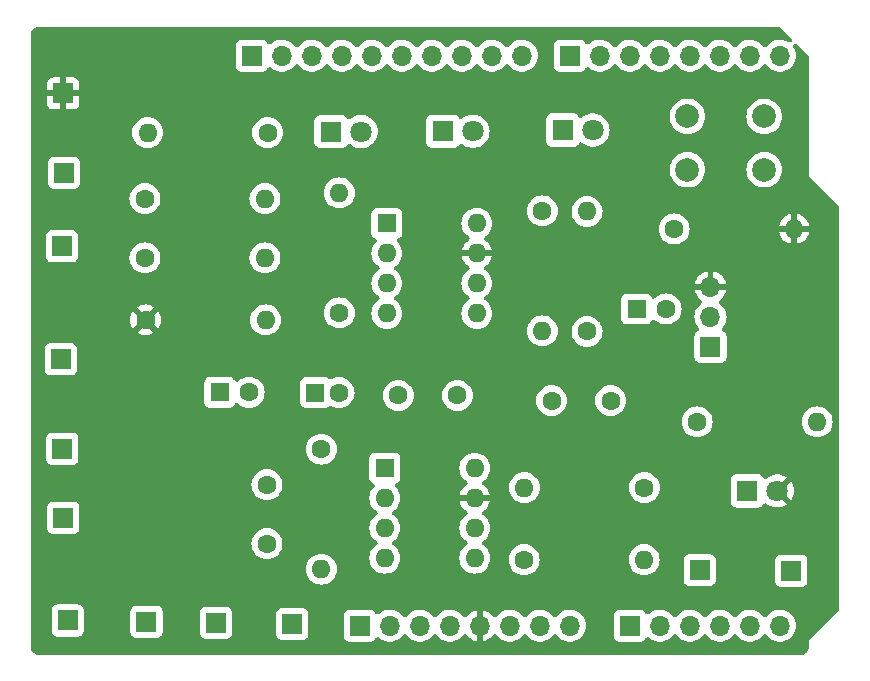
<source format=gbr>
%TF.GenerationSoftware,KiCad,Pcbnew,8.0.1*%
%TF.CreationDate,2024-05-23T07:44:25+02:00*%
%TF.ProjectId,80_KiCad,38305f4b-6943-4616-942e-6b696361645f,v1.1*%
%TF.SameCoordinates,Original*%
%TF.FileFunction,Copper,L3,Inr*%
%TF.FilePolarity,Positive*%
%FSLAX46Y46*%
G04 Gerber Fmt 4.6, Leading zero omitted, Abs format (unit mm)*
G04 Created by KiCad (PCBNEW 8.0.1) date 2024-05-23 07:44:25*
%MOMM*%
%LPD*%
G01*
G04 APERTURE LIST*
%TA.AperFunction,ComponentPad*%
%ADD10C,1.800000*%
%TD*%
%TA.AperFunction,ComponentPad*%
%ADD11R,1.800000X1.800000*%
%TD*%
%TA.AperFunction,ComponentPad*%
%ADD12C,2.000000*%
%TD*%
%TA.AperFunction,ComponentPad*%
%ADD13R,1.600000X1.600000*%
%TD*%
%TA.AperFunction,ComponentPad*%
%ADD14O,1.600000X1.600000*%
%TD*%
%TA.AperFunction,ComponentPad*%
%ADD15C,1.600000*%
%TD*%
%TA.AperFunction,ComponentPad*%
%ADD16R,1.700000X1.700000*%
%TD*%
%TA.AperFunction,ComponentPad*%
%ADD17O,1.700000X1.700000*%
%TD*%
G04 APERTURE END LIST*
D10*
%TO.N,Orange*%
%TO.C,D2*%
X137515000Y-55600000D03*
D11*
%TO.N,Net-(D2-K)*%
X134975000Y-55600000D03*
%TD*%
D12*
%TO.N,Push Button*%
%TO.C,SW1*%
X162175000Y-58850000D03*
X155675000Y-58850000D03*
%TO.N,GND*%
X162175000Y-54350000D03*
X155675000Y-54350000D03*
%TD*%
D13*
%TO.N,unconnected-(U1-NC-Pad1)*%
%TO.C,U1*%
X130225000Y-63400000D03*
D14*
%TO.N,Net-(U1--)*%
X130225000Y-65940000D03*
%TO.N,Net-(U1-+)*%
X130225000Y-68480000D03*
%TO.N,GND*%
X130225000Y-71020000D03*
%TO.N,unconnected-(U1-NC-Pad5)*%
X137845000Y-71020000D03*
%TO.N,Net-(A1_Out1-Pad1)*%
X137845000Y-68480000D03*
%TO.N,VCC*%
X137845000Y-65940000D03*
%TO.N,unconnected-(U1-NC-Pad8)*%
X137845000Y-63400000D03*
%TD*%
D13*
%TO.N,Net-(U1-+)*%
%TO.C,C2*%
X124175000Y-77725000D03*
D15*
%TO.N,GND*%
X126175000Y-77725000D03*
%TD*%
D16*
%TO.N,VCC*%
%TO.C,VCC*%
X102825000Y-52400000D03*
%TD*%
%TO.N,GND*%
%TO.C,GND*%
X109875000Y-97125000D03*
%TD*%
D14*
%TO.N,Net-(D3-K)*%
%TO.C,R10*%
X119905000Y-66325000D03*
D15*
%TO.N,GND*%
X109745000Y-66325000D03*
%TD*%
D14*
%TO.N,Net-(D2-K)*%
%TO.C,R9*%
X119905000Y-61300000D03*
D15*
%TO.N,GND*%
X109745000Y-61300000D03*
%TD*%
D11*
%TO.N,Net-(D3-K)*%
%TO.C,D3*%
X145125000Y-55500000D03*
D10*
%TO.N,Green*%
X147665000Y-55500000D03*
%TD*%
D16*
%TO.N,Net-(U1-+)*%
%TO.C,A_In_P*%
X102825000Y-88325000D03*
%TD*%
%TO.N,Net-(U1--)*%
%TO.C,A1_In_N*%
X102725000Y-65350000D03*
%TD*%
D15*
%TO.N,Net-(U1--)*%
%TO.C,C5*%
X131200000Y-77975000D03*
%TO.N,Net-(A1_Out1-Pad1)*%
X136200000Y-77975000D03*
%TD*%
%TO.N,Net-(C3-Pad1)*%
%TO.C,R3*%
X147175000Y-72555000D03*
D14*
%TO.N,Net-(U1--)*%
X147175000Y-62395000D03*
%TD*%
%TO.N,Net-(U1-+)*%
%TO.C,R1*%
X119955000Y-71575000D03*
D15*
%TO.N,VCC*%
X109795000Y-71575000D03*
%TD*%
D13*
%TO.N,unconnected-(U2-NC-Pad1)*%
%TO.C,U2*%
X130050000Y-84125000D03*
D14*
%TO.N,Net-(U2--)*%
X130050000Y-86665000D03*
%TO.N,Net-(U1-+)*%
X130050000Y-89205000D03*
%TO.N,GND*%
X130050000Y-91745000D03*
%TO.N,unconnected-(U2-NC-Pad5)*%
X137670000Y-91745000D03*
%TO.N,Net-(A2_Out1-Pad1)*%
X137670000Y-89205000D03*
%TO.N,VCC*%
X137670000Y-86665000D03*
%TO.N,unconnected-(U2-NC-Pad8)*%
X137670000Y-84125000D03*
%TD*%
D16*
%TO.N,Vin*%
%TO.C,V_In1*%
X156700000Y-92750000D03*
%TD*%
%TO.N,GND*%
%TO.C,GND*%
X102600000Y-74900000D03*
%TD*%
%TO.N,GND*%
%TO.C,GND2*%
X164475000Y-92800000D03*
%TD*%
%TO.N,Vout*%
%TO.C,V_Out*%
X122225000Y-97325000D03*
%TD*%
D15*
%TO.N,Net-(C4-Pad2)*%
%TO.C,R5*%
X124675000Y-82520000D03*
D14*
%TO.N,Net-(U2--)*%
X124675000Y-92680000D03*
%TD*%
D16*
%TO.N,Net-(A2_Out1-Pad1)*%
%TO.C,A2_Out*%
X115750000Y-97200000D03*
%TD*%
D10*
%TO.N,Red*%
%TO.C,D1*%
X128040000Y-55625000D03*
D11*
%TO.N,Net-(D1-K)*%
X125500000Y-55625000D03*
%TD*%
D15*
%TO.N,Net-(U1-+)*%
%TO.C,C1*%
X120075000Y-90525000D03*
%TO.N,GND*%
X120075000Y-85525000D03*
%TD*%
D16*
%TO.N,Net-(A1_Out1-Pad1)*%
%TO.C,A1_Out*%
X102750000Y-82475000D03*
%TD*%
D15*
%TO.N,Net-(U2--)*%
%TO.C,R7*%
X152030000Y-85775000D03*
D14*
%TO.N,Net-(A2_Out1-Pad1)*%
X141870000Y-85775000D03*
%TD*%
D15*
%TO.N,Net-(D4-K)*%
%TO.C,R11*%
X156495000Y-80200000D03*
D14*
%TO.N,GND*%
X166655000Y-80200000D03*
%TD*%
D15*
%TO.N,Net-(U1--)*%
%TO.C,R4*%
X143400000Y-62345000D03*
D14*
%TO.N,Net-(A1_Out1-Pad1)*%
X143400000Y-72505000D03*
%TD*%
D15*
%TO.N,Net-(A2_Out1-Pad1)*%
%TO.C,R6*%
X141845000Y-91875000D03*
D14*
%TO.N,Vout*%
X152005000Y-91875000D03*
%TD*%
D15*
%TO.N,Net-(U1-+)*%
%TO.C,R2*%
X126200000Y-70980000D03*
D14*
%TO.N,GND*%
X126200000Y-60820000D03*
%TD*%
D16*
%TO.N,GND*%
%TO.C,GND*%
X102900000Y-59100000D03*
%TD*%
D13*
%TO.N,Net-(C3-Pad1)*%
%TO.C,C3*%
X151369888Y-70650000D03*
D15*
%TO.N,Vin*%
X153869888Y-70650000D03*
%TD*%
D11*
%TO.N,Net-(D4-K)*%
%TO.C,D4*%
X160750000Y-86050000D03*
D10*
%TO.N,VCC*%
X163290000Y-86050000D03*
%TD*%
D15*
%TO.N,Push Button*%
%TO.C,R12*%
X154545000Y-63875000D03*
D14*
%TO.N,VCC*%
X164705000Y-63875000D03*
%TD*%
D16*
%TO.N,Net-(U2--)*%
%TO.C,A2_In_N*%
X103200000Y-97025000D03*
%TD*%
D14*
%TO.N,GND*%
%TO.C,R8*%
X109965000Y-55725000D03*
D15*
%TO.N,Net-(D1-K)*%
X120125000Y-55725000D03*
%TD*%
%TO.N,Net-(U2--)*%
%TO.C,C6*%
X149175000Y-78400000D03*
%TO.N,Net-(A2_Out1-Pad1)*%
X144175000Y-78400000D03*
%TD*%
%TO.N,Net-(C4-Pad2)*%
%TO.C,C4*%
X118569888Y-77700000D03*
D13*
%TO.N,Net-(A1_Out1-Pad1)*%
X116069888Y-77700000D03*
%TD*%
D17*
%TO.N,VCC*%
%TO.C,J5*%
X157625000Y-68770000D03*
%TO.N,Vin*%
X157625000Y-71310000D03*
D16*
%TO.N,GND*%
X157625000Y-73850000D03*
%TD*%
%TO.N,unconnected-(J1-Pin_1-Pad1)*%
%TO.C,J1*%
X127940000Y-97460000D03*
D17*
%TO.N,/IOREF*%
X130480000Y-97460000D03*
%TO.N,/~{RESET}*%
X133020000Y-97460000D03*
%TO.N,unconnected-(J1-Pin_4-Pad4)*%
X135560000Y-97460000D03*
%TO.N,VCC*%
X138100000Y-97460000D03*
%TO.N,GND*%
X140640000Y-97460000D03*
X143180000Y-97460000D03*
%TO.N,unconnected-(J1-Pin_8-Pad8)*%
X145720000Y-97460000D03*
%TD*%
D16*
%TO.N,Vout*%
%TO.C,J3*%
X150800000Y-97460000D03*
D17*
%TO.N,/A1*%
X153340000Y-97460000D03*
%TO.N,/A2*%
X155880000Y-97460000D03*
%TO.N,/A3*%
X158420000Y-97460000D03*
%TO.N,/SDA{slash}A4*%
X160960000Y-97460000D03*
%TO.N,/SCL{slash}A5*%
X163500000Y-97460000D03*
%TD*%
D16*
%TO.N,unconnected-(J2-Pin_1-Pad1)*%
%TO.C,J2*%
X118796000Y-49200000D03*
D17*
%TO.N,unconnected-(J2-Pin_2-Pad2)*%
X121336000Y-49200000D03*
%TO.N,/AREF*%
X123876000Y-49200000D03*
%TO.N,GND*%
X126416000Y-49200000D03*
%TO.N,/13*%
X128956000Y-49200000D03*
%TO.N,/12*%
X131496000Y-49200000D03*
%TO.N,/\u002A11*%
X134036000Y-49200000D03*
%TO.N,/\u002A10*%
X136576000Y-49200000D03*
%TO.N,/\u002A9*%
X139116000Y-49200000D03*
%TO.N,/8*%
X141656000Y-49200000D03*
%TD*%
D16*
%TO.N,Push Button*%
%TO.C,J4*%
X145720000Y-49200000D03*
D17*
%TO.N,Red*%
X148260000Y-49200000D03*
%TO.N,Orange*%
X150800000Y-49200000D03*
%TO.N,Green*%
X153340000Y-49200000D03*
%TO.N,unconnected-(J4-Pin_5-Pad5)*%
X155880000Y-49200000D03*
%TO.N,/2*%
X158420000Y-49200000D03*
%TO.N,/TX{slash}1*%
X160960000Y-49200000D03*
%TO.N,/RX{slash}0*%
X163500000Y-49200000D03*
%TD*%
%TA.AperFunction,Conductor*%
%TO.N,VCC*%
G36*
X163472642Y-46755207D02*
G01*
X163527013Y-46793786D01*
X164470771Y-47737544D01*
X164517890Y-47812532D01*
X164527806Y-47900539D01*
X164498555Y-47984132D01*
X164435931Y-48046756D01*
X164352338Y-48076007D01*
X164264331Y-48066091D01*
X164235344Y-48053273D01*
X164047581Y-47951660D01*
X163968807Y-47924617D01*
X163834635Y-47878556D01*
X163745808Y-47863733D01*
X163612572Y-47841500D01*
X163612569Y-47841500D01*
X163387431Y-47841500D01*
X163387427Y-47841500D01*
X163209778Y-47871144D01*
X163165365Y-47878556D01*
X163101331Y-47900539D01*
X162952421Y-47951659D01*
X162754421Y-48058812D01*
X162576762Y-48197091D01*
X162576759Y-48197094D01*
X162424281Y-48362728D01*
X162424278Y-48362732D01*
X162396596Y-48405103D01*
X162332872Y-48466607D01*
X162248774Y-48494372D01*
X162160957Y-48482899D01*
X162086815Y-48434459D01*
X162063404Y-48405103D01*
X162050487Y-48385332D01*
X162035722Y-48362732D01*
X161883240Y-48197094D01*
X161883237Y-48197091D01*
X161705578Y-48058812D01*
X161507578Y-47951659D01*
X161432591Y-47925916D01*
X161294635Y-47878556D01*
X161205808Y-47863733D01*
X161072572Y-47841500D01*
X161072569Y-47841500D01*
X160847431Y-47841500D01*
X160847427Y-47841500D01*
X160669778Y-47871144D01*
X160625365Y-47878556D01*
X160561331Y-47900539D01*
X160412421Y-47951659D01*
X160214421Y-48058812D01*
X160036762Y-48197091D01*
X160036759Y-48197094D01*
X159884281Y-48362728D01*
X159884278Y-48362732D01*
X159856596Y-48405103D01*
X159792872Y-48466607D01*
X159708774Y-48494372D01*
X159620957Y-48482899D01*
X159546815Y-48434459D01*
X159523404Y-48405103D01*
X159510487Y-48385332D01*
X159495722Y-48362732D01*
X159343240Y-48197094D01*
X159343237Y-48197091D01*
X159165578Y-48058812D01*
X158967578Y-47951659D01*
X158892591Y-47925916D01*
X158754635Y-47878556D01*
X158665808Y-47863733D01*
X158532572Y-47841500D01*
X158532569Y-47841500D01*
X158307431Y-47841500D01*
X158307427Y-47841500D01*
X158129778Y-47871144D01*
X158085365Y-47878556D01*
X158021331Y-47900539D01*
X157872421Y-47951659D01*
X157674421Y-48058812D01*
X157496762Y-48197091D01*
X157496759Y-48197094D01*
X157344281Y-48362728D01*
X157344278Y-48362732D01*
X157316596Y-48405103D01*
X157252872Y-48466607D01*
X157168774Y-48494372D01*
X157080957Y-48482899D01*
X157006815Y-48434459D01*
X156983404Y-48405103D01*
X156970487Y-48385332D01*
X156955722Y-48362732D01*
X156803240Y-48197094D01*
X156803237Y-48197091D01*
X156625578Y-48058812D01*
X156427578Y-47951659D01*
X156352591Y-47925916D01*
X156214635Y-47878556D01*
X156125808Y-47863733D01*
X155992572Y-47841500D01*
X155992569Y-47841500D01*
X155767431Y-47841500D01*
X155767427Y-47841500D01*
X155589778Y-47871144D01*
X155545365Y-47878556D01*
X155481331Y-47900539D01*
X155332421Y-47951659D01*
X155134421Y-48058812D01*
X154956762Y-48197091D01*
X154956759Y-48197094D01*
X154804281Y-48362728D01*
X154804278Y-48362732D01*
X154776596Y-48405103D01*
X154712872Y-48466607D01*
X154628774Y-48494372D01*
X154540957Y-48482899D01*
X154466815Y-48434459D01*
X154443404Y-48405103D01*
X154430487Y-48385332D01*
X154415722Y-48362732D01*
X154263240Y-48197094D01*
X154263237Y-48197091D01*
X154085578Y-48058812D01*
X153887578Y-47951659D01*
X153812591Y-47925916D01*
X153674635Y-47878556D01*
X153585808Y-47863733D01*
X153452572Y-47841500D01*
X153452569Y-47841500D01*
X153227431Y-47841500D01*
X153227427Y-47841500D01*
X153049778Y-47871144D01*
X153005365Y-47878556D01*
X152941331Y-47900539D01*
X152792421Y-47951659D01*
X152594421Y-48058812D01*
X152416762Y-48197091D01*
X152416759Y-48197094D01*
X152264281Y-48362728D01*
X152264278Y-48362732D01*
X152236596Y-48405103D01*
X152172872Y-48466607D01*
X152088774Y-48494372D01*
X152000957Y-48482899D01*
X151926815Y-48434459D01*
X151903404Y-48405103D01*
X151890487Y-48385332D01*
X151875722Y-48362732D01*
X151723240Y-48197094D01*
X151723237Y-48197091D01*
X151545578Y-48058812D01*
X151347578Y-47951659D01*
X151272591Y-47925916D01*
X151134635Y-47878556D01*
X151045808Y-47863733D01*
X150912572Y-47841500D01*
X150912569Y-47841500D01*
X150687431Y-47841500D01*
X150687427Y-47841500D01*
X150509778Y-47871144D01*
X150465365Y-47878556D01*
X150401331Y-47900539D01*
X150252421Y-47951659D01*
X150054421Y-48058812D01*
X149876762Y-48197091D01*
X149876759Y-48197094D01*
X149724281Y-48362728D01*
X149724278Y-48362732D01*
X149696596Y-48405103D01*
X149632872Y-48466607D01*
X149548774Y-48494372D01*
X149460957Y-48482899D01*
X149386815Y-48434459D01*
X149363404Y-48405103D01*
X149350487Y-48385332D01*
X149335722Y-48362732D01*
X149183240Y-48197094D01*
X149183237Y-48197091D01*
X149005578Y-48058812D01*
X148807578Y-47951659D01*
X148732591Y-47925916D01*
X148594635Y-47878556D01*
X148505808Y-47863733D01*
X148372572Y-47841500D01*
X148372569Y-47841500D01*
X148147431Y-47841500D01*
X148147427Y-47841500D01*
X147969778Y-47871144D01*
X147925365Y-47878556D01*
X147861331Y-47900539D01*
X147712421Y-47951659D01*
X147514425Y-48058810D01*
X147332865Y-48200125D01*
X147252624Y-48237606D01*
X147164067Y-48236560D01*
X147084733Y-48197195D01*
X147030336Y-48127306D01*
X147024190Y-48112648D01*
X147020889Y-48103796D01*
X146933261Y-47986739D01*
X146816204Y-47899111D01*
X146679201Y-47848011D01*
X146659013Y-47845840D01*
X146618640Y-47841500D01*
X146618638Y-47841500D01*
X144821362Y-47841500D01*
X144821360Y-47841500D01*
X144760799Y-47848011D01*
X144623796Y-47899111D01*
X144623795Y-47899111D01*
X144623794Y-47899112D01*
X144506739Y-47986739D01*
X144419114Y-48103792D01*
X144419111Y-48103796D01*
X144368011Y-48240799D01*
X144361500Y-48301362D01*
X144361500Y-50098638D01*
X144368011Y-50159201D01*
X144419111Y-50296204D01*
X144506739Y-50413261D01*
X144623796Y-50500889D01*
X144760799Y-50551989D01*
X144810642Y-50557347D01*
X144821360Y-50558500D01*
X144821362Y-50558500D01*
X146618640Y-50558500D01*
X146628485Y-50557441D01*
X146679201Y-50551989D01*
X146816204Y-50500889D01*
X146933261Y-50413261D01*
X147020889Y-50296204D01*
X147024183Y-50287372D01*
X147072816Y-50213363D01*
X147148748Y-50167781D01*
X147236938Y-50159659D01*
X147319919Y-50190605D01*
X147332865Y-50199875D01*
X147514421Y-50341187D01*
X147514424Y-50341189D01*
X147583294Y-50378459D01*
X147712421Y-50448340D01*
X147712424Y-50448341D01*
X147712426Y-50448342D01*
X147925365Y-50521444D01*
X148147431Y-50558500D01*
X148147433Y-50558500D01*
X148372567Y-50558500D01*
X148372569Y-50558500D01*
X148594635Y-50521444D01*
X148807574Y-50448342D01*
X149005576Y-50341189D01*
X149183240Y-50202906D01*
X149335722Y-50037268D01*
X149363406Y-49994893D01*
X149427126Y-49933392D01*
X149511224Y-49905627D01*
X149599041Y-49917100D01*
X149673184Y-49965539D01*
X149696589Y-49994887D01*
X149724278Y-50037268D01*
X149724281Y-50037271D01*
X149876759Y-50202905D01*
X149876762Y-50202908D01*
X150054421Y-50341187D01*
X150054424Y-50341189D01*
X150123294Y-50378459D01*
X150252421Y-50448340D01*
X150252424Y-50448341D01*
X150252426Y-50448342D01*
X150465365Y-50521444D01*
X150687431Y-50558500D01*
X150687433Y-50558500D01*
X150912567Y-50558500D01*
X150912569Y-50558500D01*
X151134635Y-50521444D01*
X151347574Y-50448342D01*
X151545576Y-50341189D01*
X151723240Y-50202906D01*
X151875722Y-50037268D01*
X151903406Y-49994893D01*
X151967126Y-49933392D01*
X152051224Y-49905627D01*
X152139041Y-49917100D01*
X152213184Y-49965539D01*
X152236589Y-49994887D01*
X152264278Y-50037268D01*
X152264281Y-50037271D01*
X152416759Y-50202905D01*
X152416762Y-50202908D01*
X152594421Y-50341187D01*
X152594424Y-50341189D01*
X152663294Y-50378459D01*
X152792421Y-50448340D01*
X152792424Y-50448341D01*
X152792426Y-50448342D01*
X153005365Y-50521444D01*
X153227431Y-50558500D01*
X153227433Y-50558500D01*
X153452567Y-50558500D01*
X153452569Y-50558500D01*
X153674635Y-50521444D01*
X153887574Y-50448342D01*
X154085576Y-50341189D01*
X154263240Y-50202906D01*
X154415722Y-50037268D01*
X154443406Y-49994893D01*
X154507126Y-49933392D01*
X154591224Y-49905627D01*
X154679041Y-49917100D01*
X154753184Y-49965539D01*
X154776589Y-49994887D01*
X154804278Y-50037268D01*
X154804281Y-50037271D01*
X154956759Y-50202905D01*
X154956762Y-50202908D01*
X155134421Y-50341187D01*
X155134424Y-50341189D01*
X155203294Y-50378459D01*
X155332421Y-50448340D01*
X155332424Y-50448341D01*
X155332426Y-50448342D01*
X155545365Y-50521444D01*
X155767431Y-50558500D01*
X155767433Y-50558500D01*
X155992567Y-50558500D01*
X155992569Y-50558500D01*
X156214635Y-50521444D01*
X156427574Y-50448342D01*
X156625576Y-50341189D01*
X156803240Y-50202906D01*
X156955722Y-50037268D01*
X156983406Y-49994893D01*
X157047126Y-49933392D01*
X157131224Y-49905627D01*
X157219041Y-49917100D01*
X157293184Y-49965539D01*
X157316589Y-49994887D01*
X157344278Y-50037268D01*
X157344281Y-50037271D01*
X157496759Y-50202905D01*
X157496762Y-50202908D01*
X157674421Y-50341187D01*
X157674424Y-50341189D01*
X157743294Y-50378459D01*
X157872421Y-50448340D01*
X157872424Y-50448341D01*
X157872426Y-50448342D01*
X158085365Y-50521444D01*
X158307431Y-50558500D01*
X158307433Y-50558500D01*
X158532567Y-50558500D01*
X158532569Y-50558500D01*
X158754635Y-50521444D01*
X158967574Y-50448342D01*
X159165576Y-50341189D01*
X159343240Y-50202906D01*
X159495722Y-50037268D01*
X159523406Y-49994893D01*
X159587126Y-49933392D01*
X159671224Y-49905627D01*
X159759041Y-49917100D01*
X159833184Y-49965539D01*
X159856589Y-49994887D01*
X159884278Y-50037268D01*
X159884281Y-50037271D01*
X160036759Y-50202905D01*
X160036762Y-50202908D01*
X160214421Y-50341187D01*
X160214424Y-50341189D01*
X160283294Y-50378459D01*
X160412421Y-50448340D01*
X160412424Y-50448341D01*
X160412426Y-50448342D01*
X160625365Y-50521444D01*
X160847431Y-50558500D01*
X160847433Y-50558500D01*
X161072567Y-50558500D01*
X161072569Y-50558500D01*
X161294635Y-50521444D01*
X161507574Y-50448342D01*
X161705576Y-50341189D01*
X161883240Y-50202906D01*
X162035722Y-50037268D01*
X162063406Y-49994893D01*
X162127126Y-49933392D01*
X162211224Y-49905627D01*
X162299041Y-49917100D01*
X162373184Y-49965539D01*
X162396589Y-49994887D01*
X162424278Y-50037268D01*
X162424281Y-50037271D01*
X162576759Y-50202905D01*
X162576762Y-50202908D01*
X162754421Y-50341187D01*
X162754424Y-50341189D01*
X162823294Y-50378459D01*
X162952421Y-50448340D01*
X162952424Y-50448341D01*
X162952426Y-50448342D01*
X163165365Y-50521444D01*
X163387431Y-50558500D01*
X163387433Y-50558500D01*
X163612567Y-50558500D01*
X163612569Y-50558500D01*
X163834635Y-50521444D01*
X164047574Y-50448342D01*
X164245576Y-50341189D01*
X164423240Y-50202906D01*
X164575722Y-50037268D01*
X164698860Y-49848791D01*
X164789296Y-49642616D01*
X164844564Y-49424368D01*
X164853735Y-49313701D01*
X164863156Y-49200004D01*
X164863156Y-49199995D01*
X164844565Y-48975639D01*
X164844564Y-48975636D01*
X164844564Y-48975632D01*
X164789296Y-48757384D01*
X164698860Y-48551209D01*
X164644753Y-48468392D01*
X164614027Y-48385332D01*
X164622382Y-48297163D01*
X164668165Y-48221352D01*
X164742307Y-48172912D01*
X164830124Y-48161439D01*
X164914223Y-48189204D01*
X164952064Y-48218837D01*
X165906214Y-49172987D01*
X165953333Y-49247975D01*
X165964500Y-49313701D01*
X165964500Y-59375020D01*
X165975992Y-59402765D01*
X168446214Y-61872987D01*
X168493333Y-61947975D01*
X168504500Y-62013701D01*
X168504500Y-96076298D01*
X168484793Y-96162641D01*
X168446214Y-96217012D01*
X165997233Y-98665994D01*
X165975993Y-98687233D01*
X165975992Y-98687234D01*
X165964500Y-98714979D01*
X165964500Y-99228221D01*
X165963542Y-99247727D01*
X165953230Y-99352425D01*
X165945619Y-99390687D01*
X165917932Y-99481956D01*
X165903004Y-99517995D01*
X165858042Y-99602114D01*
X165836369Y-99634550D01*
X165775864Y-99708277D01*
X165748277Y-99735864D01*
X165674550Y-99796369D01*
X165642114Y-99818042D01*
X165557995Y-99863004D01*
X165521956Y-99877932D01*
X165430687Y-99905619D01*
X165392425Y-99913230D01*
X165351622Y-99917248D01*
X165287725Y-99923542D01*
X165268222Y-99924500D01*
X100771778Y-99924500D01*
X100752274Y-99923542D01*
X100647573Y-99913229D01*
X100609314Y-99905619D01*
X100552972Y-99888528D01*
X100518043Y-99877932D01*
X100482004Y-99863004D01*
X100397885Y-99818042D01*
X100365449Y-99796369D01*
X100357868Y-99790148D01*
X100291716Y-99735858D01*
X100264141Y-99708283D01*
X100203629Y-99634549D01*
X100181957Y-99602114D01*
X100136995Y-99517995D01*
X100122067Y-99481956D01*
X100094378Y-99390678D01*
X100086770Y-99352430D01*
X100076458Y-99247725D01*
X100075500Y-99228221D01*
X100075500Y-97923638D01*
X101841500Y-97923638D01*
X101848011Y-97984201D01*
X101899111Y-98121204D01*
X101986739Y-98238261D01*
X102103796Y-98325889D01*
X102240799Y-98376989D01*
X102290642Y-98382347D01*
X102301360Y-98383500D01*
X102301362Y-98383500D01*
X104098640Y-98383500D01*
X104108485Y-98382441D01*
X104159201Y-98376989D01*
X104296204Y-98325889D01*
X104413261Y-98238261D01*
X104500889Y-98121204D01*
X104537280Y-98023638D01*
X108516500Y-98023638D01*
X108523011Y-98084201D01*
X108574111Y-98221204D01*
X108661739Y-98338261D01*
X108778796Y-98425889D01*
X108915799Y-98476989D01*
X108965642Y-98482347D01*
X108976360Y-98483500D01*
X108976362Y-98483500D01*
X110773640Y-98483500D01*
X110783485Y-98482441D01*
X110834201Y-98476989D01*
X110971204Y-98425889D01*
X111088261Y-98338261D01*
X111175889Y-98221204D01*
X111221604Y-98098639D01*
X114391500Y-98098639D01*
X114392592Y-98108794D01*
X114398011Y-98159201D01*
X114449111Y-98296204D01*
X114536739Y-98413261D01*
X114653796Y-98500889D01*
X114790799Y-98551989D01*
X114840642Y-98557347D01*
X114851360Y-98558500D01*
X114851362Y-98558500D01*
X116648640Y-98558500D01*
X116658485Y-98557441D01*
X116709201Y-98551989D01*
X116846204Y-98500889D01*
X116963261Y-98413261D01*
X117050889Y-98296204D01*
X117077955Y-98223639D01*
X120866500Y-98223639D01*
X120869755Y-98253919D01*
X120873011Y-98284201D01*
X120924111Y-98421204D01*
X121011739Y-98538261D01*
X121128796Y-98625889D01*
X121265799Y-98676989D01*
X121315642Y-98682347D01*
X121326360Y-98683500D01*
X121326362Y-98683500D01*
X123123640Y-98683500D01*
X123133485Y-98682441D01*
X123184201Y-98676989D01*
X123321204Y-98625889D01*
X123438261Y-98538261D01*
X123525889Y-98421204D01*
X123549225Y-98358638D01*
X126581500Y-98358638D01*
X126588011Y-98419201D01*
X126639111Y-98556204D01*
X126726739Y-98673261D01*
X126843796Y-98760889D01*
X126980799Y-98811989D01*
X127030642Y-98817347D01*
X127041360Y-98818500D01*
X127041362Y-98818500D01*
X128838640Y-98818500D01*
X128848485Y-98817441D01*
X128899201Y-98811989D01*
X129036204Y-98760889D01*
X129153261Y-98673261D01*
X129240889Y-98556204D01*
X129244183Y-98547372D01*
X129292816Y-98473363D01*
X129368748Y-98427781D01*
X129456938Y-98419659D01*
X129539919Y-98450605D01*
X129552865Y-98459875D01*
X129734421Y-98601187D01*
X129734424Y-98601189D01*
X129803294Y-98638459D01*
X129932421Y-98708340D01*
X129932424Y-98708341D01*
X129932426Y-98708342D01*
X130145365Y-98781444D01*
X130367431Y-98818500D01*
X130367433Y-98818500D01*
X130592567Y-98818500D01*
X130592569Y-98818500D01*
X130814635Y-98781444D01*
X131027574Y-98708342D01*
X131225576Y-98601189D01*
X131403240Y-98462906D01*
X131555722Y-98297268D01*
X131583406Y-98254893D01*
X131647126Y-98193392D01*
X131731224Y-98165627D01*
X131819041Y-98177100D01*
X131893184Y-98225539D01*
X131916589Y-98254887D01*
X131944278Y-98297268D01*
X131982014Y-98338260D01*
X132096759Y-98462905D01*
X132096762Y-98462908D01*
X132274421Y-98601187D01*
X132274424Y-98601189D01*
X132343294Y-98638459D01*
X132472421Y-98708340D01*
X132472424Y-98708341D01*
X132472426Y-98708342D01*
X132685365Y-98781444D01*
X132907431Y-98818500D01*
X132907433Y-98818500D01*
X133132567Y-98818500D01*
X133132569Y-98818500D01*
X133354635Y-98781444D01*
X133567574Y-98708342D01*
X133765576Y-98601189D01*
X133943240Y-98462906D01*
X134095722Y-98297268D01*
X134123406Y-98254893D01*
X134187126Y-98193392D01*
X134271224Y-98165627D01*
X134359041Y-98177100D01*
X134433184Y-98225539D01*
X134456589Y-98254887D01*
X134484278Y-98297268D01*
X134522014Y-98338260D01*
X134636759Y-98462905D01*
X134636762Y-98462908D01*
X134814421Y-98601187D01*
X134814424Y-98601189D01*
X134883294Y-98638459D01*
X135012421Y-98708340D01*
X135012424Y-98708341D01*
X135012426Y-98708342D01*
X135225365Y-98781444D01*
X135447431Y-98818500D01*
X135447433Y-98818500D01*
X135672567Y-98818500D01*
X135672569Y-98818500D01*
X135894635Y-98781444D01*
X136107574Y-98708342D01*
X136305576Y-98601189D01*
X136483240Y-98462906D01*
X136635722Y-98297268D01*
X136669113Y-98246158D01*
X136732832Y-98184657D01*
X136816930Y-98156891D01*
X136904747Y-98168363D01*
X136978890Y-98216802D01*
X136998717Y-98240860D01*
X137061889Y-98331078D01*
X137228920Y-98498109D01*
X137422417Y-98633598D01*
X137422420Y-98633600D01*
X137636509Y-98733430D01*
X137850000Y-98790634D01*
X137850000Y-97893012D01*
X137907007Y-97925925D01*
X138034174Y-97960000D01*
X138165826Y-97960000D01*
X138292993Y-97925925D01*
X138350000Y-97893012D01*
X138350000Y-98790634D01*
X138563490Y-98733430D01*
X138777579Y-98633600D01*
X138777582Y-98633598D01*
X138971079Y-98498109D01*
X139138108Y-98331080D01*
X139201281Y-98240861D01*
X139266948Y-98181437D01*
X139351896Y-98156389D01*
X139439299Y-98170680D01*
X139511845Y-98221478D01*
X139530884Y-98246155D01*
X139564278Y-98297268D01*
X139602014Y-98338260D01*
X139716759Y-98462905D01*
X139716762Y-98462908D01*
X139894421Y-98601187D01*
X139894424Y-98601189D01*
X139963294Y-98638459D01*
X140092421Y-98708340D01*
X140092424Y-98708341D01*
X140092426Y-98708342D01*
X140305365Y-98781444D01*
X140527431Y-98818500D01*
X140527433Y-98818500D01*
X140752567Y-98818500D01*
X140752569Y-98818500D01*
X140974635Y-98781444D01*
X141187574Y-98708342D01*
X141385576Y-98601189D01*
X141563240Y-98462906D01*
X141715722Y-98297268D01*
X141743406Y-98254893D01*
X141807126Y-98193392D01*
X141891224Y-98165627D01*
X141979041Y-98177100D01*
X142053184Y-98225539D01*
X142076589Y-98254887D01*
X142104278Y-98297268D01*
X142142014Y-98338260D01*
X142256759Y-98462905D01*
X142256762Y-98462908D01*
X142434421Y-98601187D01*
X142434424Y-98601189D01*
X142503294Y-98638459D01*
X142632421Y-98708340D01*
X142632424Y-98708341D01*
X142632426Y-98708342D01*
X142845365Y-98781444D01*
X143067431Y-98818500D01*
X143067433Y-98818500D01*
X143292567Y-98818500D01*
X143292569Y-98818500D01*
X143514635Y-98781444D01*
X143727574Y-98708342D01*
X143925576Y-98601189D01*
X144103240Y-98462906D01*
X144255722Y-98297268D01*
X144283406Y-98254893D01*
X144347126Y-98193392D01*
X144431224Y-98165627D01*
X144519041Y-98177100D01*
X144593184Y-98225539D01*
X144616589Y-98254887D01*
X144644278Y-98297268D01*
X144682014Y-98338260D01*
X144796759Y-98462905D01*
X144796762Y-98462908D01*
X144974421Y-98601187D01*
X144974424Y-98601189D01*
X145043294Y-98638459D01*
X145172421Y-98708340D01*
X145172424Y-98708341D01*
X145172426Y-98708342D01*
X145385365Y-98781444D01*
X145607431Y-98818500D01*
X145607433Y-98818500D01*
X145832567Y-98818500D01*
X145832569Y-98818500D01*
X146054635Y-98781444D01*
X146267574Y-98708342D01*
X146465576Y-98601189D01*
X146643240Y-98462906D01*
X146739226Y-98358638D01*
X149441500Y-98358638D01*
X149448011Y-98419201D01*
X149499111Y-98556204D01*
X149586739Y-98673261D01*
X149703796Y-98760889D01*
X149840799Y-98811989D01*
X149890642Y-98817347D01*
X149901360Y-98818500D01*
X149901362Y-98818500D01*
X151698640Y-98818500D01*
X151708485Y-98817441D01*
X151759201Y-98811989D01*
X151896204Y-98760889D01*
X152013261Y-98673261D01*
X152100889Y-98556204D01*
X152104183Y-98547372D01*
X152152816Y-98473363D01*
X152228748Y-98427781D01*
X152316938Y-98419659D01*
X152399919Y-98450605D01*
X152412865Y-98459875D01*
X152594421Y-98601187D01*
X152594424Y-98601189D01*
X152663294Y-98638459D01*
X152792421Y-98708340D01*
X152792424Y-98708341D01*
X152792426Y-98708342D01*
X153005365Y-98781444D01*
X153227431Y-98818500D01*
X153227433Y-98818500D01*
X153452567Y-98818500D01*
X153452569Y-98818500D01*
X153674635Y-98781444D01*
X153887574Y-98708342D01*
X154085576Y-98601189D01*
X154263240Y-98462906D01*
X154415722Y-98297268D01*
X154443406Y-98254893D01*
X154507126Y-98193392D01*
X154591224Y-98165627D01*
X154679041Y-98177100D01*
X154753184Y-98225539D01*
X154776589Y-98254887D01*
X154804278Y-98297268D01*
X154842014Y-98338260D01*
X154956759Y-98462905D01*
X154956762Y-98462908D01*
X155134421Y-98601187D01*
X155134424Y-98601189D01*
X155203294Y-98638459D01*
X155332421Y-98708340D01*
X155332424Y-98708341D01*
X155332426Y-98708342D01*
X155545365Y-98781444D01*
X155767431Y-98818500D01*
X155767433Y-98818500D01*
X155992567Y-98818500D01*
X155992569Y-98818500D01*
X156214635Y-98781444D01*
X156427574Y-98708342D01*
X156625576Y-98601189D01*
X156803240Y-98462906D01*
X156955722Y-98297268D01*
X156983406Y-98254893D01*
X157047126Y-98193392D01*
X157131224Y-98165627D01*
X157219041Y-98177100D01*
X157293184Y-98225539D01*
X157316589Y-98254887D01*
X157344278Y-98297268D01*
X157382014Y-98338260D01*
X157496759Y-98462905D01*
X157496762Y-98462908D01*
X157674421Y-98601187D01*
X157674424Y-98601189D01*
X157743294Y-98638459D01*
X157872421Y-98708340D01*
X157872424Y-98708341D01*
X157872426Y-98708342D01*
X158085365Y-98781444D01*
X158307431Y-98818500D01*
X158307433Y-98818500D01*
X158532567Y-98818500D01*
X158532569Y-98818500D01*
X158754635Y-98781444D01*
X158967574Y-98708342D01*
X159165576Y-98601189D01*
X159343240Y-98462906D01*
X159495722Y-98297268D01*
X159523406Y-98254893D01*
X159587126Y-98193392D01*
X159671224Y-98165627D01*
X159759041Y-98177100D01*
X159833184Y-98225539D01*
X159856589Y-98254887D01*
X159884278Y-98297268D01*
X159922014Y-98338260D01*
X160036759Y-98462905D01*
X160036762Y-98462908D01*
X160214421Y-98601187D01*
X160214424Y-98601189D01*
X160283294Y-98638459D01*
X160412421Y-98708340D01*
X160412424Y-98708341D01*
X160412426Y-98708342D01*
X160625365Y-98781444D01*
X160847431Y-98818500D01*
X160847433Y-98818500D01*
X161072567Y-98818500D01*
X161072569Y-98818500D01*
X161294635Y-98781444D01*
X161507574Y-98708342D01*
X161705576Y-98601189D01*
X161883240Y-98462906D01*
X162035722Y-98297268D01*
X162063406Y-98254893D01*
X162127126Y-98193392D01*
X162211224Y-98165627D01*
X162299041Y-98177100D01*
X162373184Y-98225539D01*
X162396589Y-98254887D01*
X162424278Y-98297268D01*
X162462014Y-98338260D01*
X162576759Y-98462905D01*
X162576762Y-98462908D01*
X162754421Y-98601187D01*
X162754424Y-98601189D01*
X162823294Y-98638459D01*
X162952421Y-98708340D01*
X162952424Y-98708341D01*
X162952426Y-98708342D01*
X163165365Y-98781444D01*
X163387431Y-98818500D01*
X163387433Y-98818500D01*
X163612567Y-98818500D01*
X163612569Y-98818500D01*
X163834635Y-98781444D01*
X164047574Y-98708342D01*
X164245576Y-98601189D01*
X164423240Y-98462906D01*
X164575722Y-98297268D01*
X164698860Y-98108791D01*
X164789296Y-97902616D01*
X164844564Y-97684368D01*
X164857702Y-97525826D01*
X164863156Y-97460004D01*
X164863156Y-97459995D01*
X164844565Y-97235639D01*
X164844564Y-97235636D01*
X164844564Y-97235632D01*
X164789296Y-97017384D01*
X164698860Y-96811209D01*
X164575722Y-96622732D01*
X164423240Y-96457094D01*
X164423237Y-96457091D01*
X164245578Y-96318812D01*
X164047578Y-96211659D01*
X163940740Y-96174982D01*
X163834635Y-96138556D01*
X163745808Y-96123733D01*
X163612572Y-96101500D01*
X163612569Y-96101500D01*
X163387431Y-96101500D01*
X163387427Y-96101500D01*
X163238440Y-96126362D01*
X163165365Y-96138556D01*
X163096386Y-96162236D01*
X162952421Y-96211659D01*
X162754421Y-96318812D01*
X162576762Y-96457091D01*
X162576759Y-96457094D01*
X162424281Y-96622728D01*
X162424278Y-96622732D01*
X162396596Y-96665103D01*
X162332872Y-96726607D01*
X162248774Y-96754372D01*
X162160957Y-96742899D01*
X162086815Y-96694459D01*
X162063404Y-96665103D01*
X162035722Y-96622732D01*
X161883240Y-96457094D01*
X161883237Y-96457091D01*
X161705578Y-96318812D01*
X161507578Y-96211659D01*
X161400740Y-96174982D01*
X161294635Y-96138556D01*
X161205808Y-96123733D01*
X161072572Y-96101500D01*
X161072569Y-96101500D01*
X160847431Y-96101500D01*
X160847427Y-96101500D01*
X160698440Y-96126362D01*
X160625365Y-96138556D01*
X160556386Y-96162236D01*
X160412421Y-96211659D01*
X160214421Y-96318812D01*
X160036762Y-96457091D01*
X160036759Y-96457094D01*
X159884281Y-96622728D01*
X159884278Y-96622732D01*
X159856596Y-96665103D01*
X159792872Y-96726607D01*
X159708774Y-96754372D01*
X159620957Y-96742899D01*
X159546815Y-96694459D01*
X159523404Y-96665103D01*
X159495722Y-96622732D01*
X159343240Y-96457094D01*
X159343237Y-96457091D01*
X159165578Y-96318812D01*
X158967578Y-96211659D01*
X158860740Y-96174982D01*
X158754635Y-96138556D01*
X158665808Y-96123733D01*
X158532572Y-96101500D01*
X158532569Y-96101500D01*
X158307431Y-96101500D01*
X158307427Y-96101500D01*
X158158440Y-96126362D01*
X158085365Y-96138556D01*
X158016386Y-96162236D01*
X157872421Y-96211659D01*
X157674421Y-96318812D01*
X157496762Y-96457091D01*
X157496759Y-96457094D01*
X157344281Y-96622728D01*
X157344278Y-96622732D01*
X157316596Y-96665103D01*
X157252872Y-96726607D01*
X157168774Y-96754372D01*
X157080957Y-96742899D01*
X157006815Y-96694459D01*
X156983404Y-96665103D01*
X156955722Y-96622732D01*
X156803240Y-96457094D01*
X156803237Y-96457091D01*
X156625578Y-96318812D01*
X156427578Y-96211659D01*
X156320740Y-96174982D01*
X156214635Y-96138556D01*
X156125808Y-96123733D01*
X155992572Y-96101500D01*
X155992569Y-96101500D01*
X155767431Y-96101500D01*
X155767427Y-96101500D01*
X155618440Y-96126362D01*
X155545365Y-96138556D01*
X155476386Y-96162236D01*
X155332421Y-96211659D01*
X155134421Y-96318812D01*
X154956762Y-96457091D01*
X154956759Y-96457094D01*
X154804281Y-96622728D01*
X154804278Y-96622732D01*
X154776596Y-96665103D01*
X154712872Y-96726607D01*
X154628774Y-96754372D01*
X154540957Y-96742899D01*
X154466815Y-96694459D01*
X154443404Y-96665103D01*
X154415722Y-96622732D01*
X154263240Y-96457094D01*
X154263237Y-96457091D01*
X154085578Y-96318812D01*
X153887578Y-96211659D01*
X153780740Y-96174982D01*
X153674635Y-96138556D01*
X153585808Y-96123733D01*
X153452572Y-96101500D01*
X153452569Y-96101500D01*
X153227431Y-96101500D01*
X153227427Y-96101500D01*
X153078440Y-96126362D01*
X153005365Y-96138556D01*
X152936386Y-96162236D01*
X152792421Y-96211659D01*
X152594425Y-96318810D01*
X152412865Y-96460125D01*
X152332624Y-96497606D01*
X152244067Y-96496560D01*
X152164733Y-96457195D01*
X152110336Y-96387306D01*
X152104190Y-96372648D01*
X152100889Y-96363796D01*
X152013261Y-96246739D01*
X151896204Y-96159111D01*
X151759201Y-96108011D01*
X151739013Y-96105840D01*
X151698640Y-96101500D01*
X151698638Y-96101500D01*
X149901362Y-96101500D01*
X149901360Y-96101500D01*
X149840799Y-96108011D01*
X149703796Y-96159111D01*
X149703795Y-96159111D01*
X149703794Y-96159112D01*
X149586739Y-96246739D01*
X149499114Y-96363792D01*
X149499111Y-96363796D01*
X149448011Y-96500799D01*
X149441500Y-96561362D01*
X149441500Y-98358638D01*
X146739226Y-98358638D01*
X146795722Y-98297268D01*
X146918860Y-98108791D01*
X147009296Y-97902616D01*
X147064564Y-97684368D01*
X147077702Y-97525826D01*
X147083156Y-97460004D01*
X147083156Y-97459995D01*
X147064565Y-97235639D01*
X147064564Y-97235636D01*
X147064564Y-97235632D01*
X147009296Y-97017384D01*
X146918860Y-96811209D01*
X146795722Y-96622732D01*
X146643240Y-96457094D01*
X146643237Y-96457091D01*
X146465578Y-96318812D01*
X146267578Y-96211659D01*
X146160740Y-96174982D01*
X146054635Y-96138556D01*
X145965808Y-96123733D01*
X145832572Y-96101500D01*
X145832569Y-96101500D01*
X145607431Y-96101500D01*
X145607427Y-96101500D01*
X145458440Y-96126362D01*
X145385365Y-96138556D01*
X145316386Y-96162236D01*
X145172421Y-96211659D01*
X144974421Y-96318812D01*
X144796762Y-96457091D01*
X144796759Y-96457094D01*
X144644281Y-96622728D01*
X144644278Y-96622732D01*
X144616596Y-96665103D01*
X144552872Y-96726607D01*
X144468774Y-96754372D01*
X144380957Y-96742899D01*
X144306815Y-96694459D01*
X144283404Y-96665103D01*
X144255722Y-96622732D01*
X144103240Y-96457094D01*
X144103237Y-96457091D01*
X143925578Y-96318812D01*
X143727578Y-96211659D01*
X143620740Y-96174982D01*
X143514635Y-96138556D01*
X143425808Y-96123733D01*
X143292572Y-96101500D01*
X143292569Y-96101500D01*
X143067431Y-96101500D01*
X143067427Y-96101500D01*
X142918440Y-96126362D01*
X142845365Y-96138556D01*
X142776386Y-96162236D01*
X142632421Y-96211659D01*
X142434421Y-96318812D01*
X142256762Y-96457091D01*
X142256759Y-96457094D01*
X142104281Y-96622728D01*
X142104278Y-96622732D01*
X142076596Y-96665103D01*
X142012872Y-96726607D01*
X141928774Y-96754372D01*
X141840957Y-96742899D01*
X141766815Y-96694459D01*
X141743404Y-96665103D01*
X141715722Y-96622732D01*
X141563240Y-96457094D01*
X141563237Y-96457091D01*
X141385578Y-96318812D01*
X141187578Y-96211659D01*
X141080740Y-96174982D01*
X140974635Y-96138556D01*
X140885808Y-96123733D01*
X140752572Y-96101500D01*
X140752569Y-96101500D01*
X140527431Y-96101500D01*
X140527427Y-96101500D01*
X140378440Y-96126362D01*
X140305365Y-96138556D01*
X140236386Y-96162236D01*
X140092421Y-96211659D01*
X139894421Y-96318812D01*
X139716762Y-96457091D01*
X139716759Y-96457094D01*
X139564281Y-96622728D01*
X139564279Y-96622730D01*
X139530886Y-96673842D01*
X139467162Y-96735345D01*
X139383063Y-96763110D01*
X139295246Y-96751635D01*
X139221104Y-96703195D01*
X139201279Y-96679138D01*
X139138107Y-96588918D01*
X138971079Y-96421890D01*
X138777582Y-96286401D01*
X138777578Y-96286399D01*
X138563495Y-96186571D01*
X138563492Y-96186569D01*
X138350000Y-96129363D01*
X138350000Y-97026988D01*
X138292993Y-96994075D01*
X138165826Y-96960000D01*
X138034174Y-96960000D01*
X137907007Y-96994075D01*
X137850000Y-97026988D01*
X137850000Y-96129363D01*
X137636507Y-96186569D01*
X137636504Y-96186570D01*
X137422422Y-96286399D01*
X137422418Y-96286401D01*
X137228919Y-96421891D01*
X137061890Y-96588920D01*
X136998719Y-96679138D01*
X136933051Y-96738563D01*
X136848103Y-96763610D01*
X136760701Y-96749319D01*
X136688154Y-96698521D01*
X136669113Y-96673840D01*
X136635724Y-96622735D01*
X136635723Y-96622734D01*
X136635722Y-96622732D01*
X136483240Y-96457094D01*
X136483237Y-96457091D01*
X136305578Y-96318812D01*
X136107578Y-96211659D01*
X136000740Y-96174982D01*
X135894635Y-96138556D01*
X135805808Y-96123733D01*
X135672572Y-96101500D01*
X135672569Y-96101500D01*
X135447431Y-96101500D01*
X135447427Y-96101500D01*
X135298440Y-96126362D01*
X135225365Y-96138556D01*
X135156386Y-96162236D01*
X135012421Y-96211659D01*
X134814421Y-96318812D01*
X134636762Y-96457091D01*
X134636759Y-96457094D01*
X134484281Y-96622728D01*
X134484278Y-96622732D01*
X134456596Y-96665103D01*
X134392872Y-96726607D01*
X134308774Y-96754372D01*
X134220957Y-96742899D01*
X134146815Y-96694459D01*
X134123404Y-96665103D01*
X134095722Y-96622732D01*
X133943240Y-96457094D01*
X133943237Y-96457091D01*
X133765578Y-96318812D01*
X133567578Y-96211659D01*
X133460740Y-96174982D01*
X133354635Y-96138556D01*
X133265808Y-96123733D01*
X133132572Y-96101500D01*
X133132569Y-96101500D01*
X132907431Y-96101500D01*
X132907427Y-96101500D01*
X132758440Y-96126362D01*
X132685365Y-96138556D01*
X132616386Y-96162236D01*
X132472421Y-96211659D01*
X132274421Y-96318812D01*
X132096762Y-96457091D01*
X132096759Y-96457094D01*
X131944281Y-96622728D01*
X131944278Y-96622732D01*
X131916596Y-96665103D01*
X131852872Y-96726607D01*
X131768774Y-96754372D01*
X131680957Y-96742899D01*
X131606815Y-96694459D01*
X131583404Y-96665103D01*
X131555722Y-96622732D01*
X131403240Y-96457094D01*
X131403237Y-96457091D01*
X131225578Y-96318812D01*
X131027578Y-96211659D01*
X130920740Y-96174982D01*
X130814635Y-96138556D01*
X130725808Y-96123733D01*
X130592572Y-96101500D01*
X130592569Y-96101500D01*
X130367431Y-96101500D01*
X130367427Y-96101500D01*
X130218440Y-96126362D01*
X130145365Y-96138556D01*
X130076386Y-96162236D01*
X129932421Y-96211659D01*
X129734425Y-96318810D01*
X129552865Y-96460125D01*
X129472624Y-96497606D01*
X129384067Y-96496560D01*
X129304733Y-96457195D01*
X129250336Y-96387306D01*
X129244190Y-96372648D01*
X129240889Y-96363796D01*
X129153261Y-96246739D01*
X129036204Y-96159111D01*
X128899201Y-96108011D01*
X128879013Y-96105840D01*
X128838640Y-96101500D01*
X128838638Y-96101500D01*
X127041362Y-96101500D01*
X127041360Y-96101500D01*
X126980799Y-96108011D01*
X126843796Y-96159111D01*
X126843795Y-96159111D01*
X126843794Y-96159112D01*
X126726739Y-96246739D01*
X126639114Y-96363792D01*
X126639111Y-96363796D01*
X126588011Y-96500799D01*
X126581500Y-96561362D01*
X126581500Y-98358638D01*
X123549225Y-98358638D01*
X123576989Y-98284201D01*
X123583500Y-98223638D01*
X123583500Y-96426362D01*
X123576989Y-96365799D01*
X123525889Y-96228796D01*
X123438261Y-96111739D01*
X123321204Y-96024111D01*
X123184201Y-95973011D01*
X123164013Y-95970840D01*
X123123640Y-95966500D01*
X123123638Y-95966500D01*
X121326362Y-95966500D01*
X121326360Y-95966500D01*
X121265799Y-95973011D01*
X121128796Y-96024111D01*
X121128795Y-96024111D01*
X121128794Y-96024112D01*
X121011739Y-96111739D01*
X120925935Y-96226360D01*
X120924111Y-96228796D01*
X120873760Y-96363792D01*
X120873011Y-96365799D01*
X120866500Y-96426360D01*
X120866500Y-98223639D01*
X117077955Y-98223639D01*
X117101989Y-98159201D01*
X117108500Y-98098638D01*
X117108500Y-96301362D01*
X117101989Y-96240799D01*
X117050889Y-96103796D01*
X116963261Y-95986739D01*
X116846204Y-95899111D01*
X116709201Y-95848011D01*
X116689013Y-95845840D01*
X116648640Y-95841500D01*
X116648638Y-95841500D01*
X114851362Y-95841500D01*
X114851360Y-95841500D01*
X114790799Y-95848011D01*
X114653796Y-95899111D01*
X114653795Y-95899111D01*
X114653794Y-95899112D01*
X114536739Y-95986739D01*
X114450830Y-96101500D01*
X114449111Y-96103796D01*
X114428479Y-96159112D01*
X114398011Y-96240799D01*
X114391500Y-96301360D01*
X114391500Y-98098639D01*
X111221604Y-98098639D01*
X111226989Y-98084201D01*
X111233500Y-98023638D01*
X111233500Y-96226362D01*
X111226989Y-96165799D01*
X111175889Y-96028796D01*
X111088261Y-95911739D01*
X110971204Y-95824111D01*
X110834201Y-95773011D01*
X110814013Y-95770840D01*
X110773640Y-95766500D01*
X110773638Y-95766500D01*
X108976362Y-95766500D01*
X108976360Y-95766500D01*
X108915799Y-95773011D01*
X108778796Y-95824111D01*
X108778795Y-95824111D01*
X108778794Y-95824112D01*
X108661739Y-95911739D01*
X108605595Y-95986739D01*
X108574111Y-96028796D01*
X108546994Y-96101500D01*
X108523011Y-96165799D01*
X108518795Y-96205019D01*
X108516500Y-96226362D01*
X108516500Y-98023638D01*
X104537280Y-98023638D01*
X104551989Y-97984201D01*
X104558500Y-97923638D01*
X104558500Y-96126362D01*
X104551989Y-96065799D01*
X104500889Y-95928796D01*
X104413261Y-95811739D01*
X104296204Y-95724111D01*
X104159201Y-95673011D01*
X104139013Y-95670840D01*
X104098640Y-95666500D01*
X104098638Y-95666500D01*
X102301362Y-95666500D01*
X102301360Y-95666500D01*
X102240799Y-95673011D01*
X102103796Y-95724111D01*
X102103795Y-95724111D01*
X102103794Y-95724112D01*
X101986739Y-95811739D01*
X101911880Y-95911739D01*
X101899111Y-95928796D01*
X101848011Y-96065799D01*
X101841500Y-96126362D01*
X101841500Y-97923638D01*
X100075500Y-97923638D01*
X100075500Y-92680000D01*
X123361502Y-92680000D01*
X123381457Y-92908088D01*
X123381458Y-92908093D01*
X123440716Y-93129243D01*
X123537477Y-93336749D01*
X123537481Y-93336755D01*
X123668803Y-93524302D01*
X123830697Y-93686196D01*
X123863550Y-93709200D01*
X124018251Y-93817523D01*
X124225757Y-93914284D01*
X124446913Y-93973543D01*
X124675000Y-93993498D01*
X124903087Y-93973543D01*
X125124243Y-93914284D01*
X125331749Y-93817523D01*
X125519300Y-93686198D01*
X125556860Y-93648638D01*
X155341500Y-93648638D01*
X155348011Y-93709201D01*
X155399111Y-93846204D01*
X155486739Y-93963261D01*
X155603796Y-94050889D01*
X155740799Y-94101989D01*
X155790642Y-94107347D01*
X155801360Y-94108500D01*
X155801362Y-94108500D01*
X157598640Y-94108500D01*
X157608485Y-94107441D01*
X157659201Y-94101989D01*
X157796204Y-94050889D01*
X157913261Y-93963261D01*
X158000889Y-93846204D01*
X158051989Y-93709201D01*
X158053125Y-93698638D01*
X163116500Y-93698638D01*
X163123011Y-93759201D01*
X163174111Y-93896204D01*
X163261739Y-94013261D01*
X163378796Y-94100889D01*
X163515799Y-94151989D01*
X163565642Y-94157347D01*
X163576360Y-94158500D01*
X163576362Y-94158500D01*
X165373640Y-94158500D01*
X165383485Y-94157441D01*
X165434201Y-94151989D01*
X165571204Y-94100889D01*
X165688261Y-94013261D01*
X165775889Y-93896204D01*
X165826989Y-93759201D01*
X165833500Y-93698638D01*
X165833500Y-91901362D01*
X165826989Y-91840799D01*
X165775889Y-91703796D01*
X165688261Y-91586739D01*
X165571204Y-91499111D01*
X165434201Y-91448011D01*
X165412854Y-91445716D01*
X165373640Y-91441500D01*
X165373638Y-91441500D01*
X163576362Y-91441500D01*
X163576360Y-91441500D01*
X163537146Y-91445716D01*
X163515799Y-91448011D01*
X163378796Y-91499111D01*
X163378795Y-91499111D01*
X163378794Y-91499112D01*
X163261739Y-91586739D01*
X163196564Y-91673803D01*
X163174111Y-91703796D01*
X163123011Y-91840799D01*
X163116500Y-91901362D01*
X163116500Y-93698638D01*
X158053125Y-93698638D01*
X158058500Y-93648638D01*
X158058500Y-91851362D01*
X158051989Y-91790799D01*
X158000889Y-91653796D01*
X157913261Y-91536739D01*
X157796204Y-91449111D01*
X157659201Y-91398011D01*
X157639013Y-91395840D01*
X157598640Y-91391500D01*
X157598638Y-91391500D01*
X155801362Y-91391500D01*
X155801360Y-91391500D01*
X155740799Y-91398011D01*
X155603796Y-91449111D01*
X155603795Y-91449111D01*
X155603794Y-91449112D01*
X155486739Y-91536739D01*
X155404264Y-91646913D01*
X155399111Y-91653796D01*
X155395856Y-91662523D01*
X155348011Y-91790799D01*
X155342636Y-91840799D01*
X155341500Y-91851362D01*
X155341500Y-93648638D01*
X125556860Y-93648638D01*
X125681198Y-93524300D01*
X125812523Y-93336749D01*
X125909284Y-93129243D01*
X125968543Y-92908087D01*
X125988498Y-92680000D01*
X125968543Y-92451913D01*
X125909284Y-92230757D01*
X125812523Y-92023251D01*
X125683157Y-91838498D01*
X125681196Y-91835697D01*
X125590499Y-91745000D01*
X128736502Y-91745000D01*
X128756457Y-91973088D01*
X128756458Y-91973093D01*
X128815716Y-92194243D01*
X128912477Y-92401749D01*
X128912481Y-92401755D01*
X129043803Y-92589302D01*
X129205697Y-92751196D01*
X129205700Y-92751198D01*
X129393251Y-92882523D01*
X129600757Y-92979284D01*
X129821913Y-93038543D01*
X130050000Y-93058498D01*
X130278087Y-93038543D01*
X130499243Y-92979284D01*
X130706749Y-92882523D01*
X130894300Y-92751198D01*
X131056198Y-92589300D01*
X131187523Y-92401749D01*
X131284284Y-92194243D01*
X131343543Y-91973087D01*
X131363498Y-91745000D01*
X136356502Y-91745000D01*
X136376457Y-91973088D01*
X136376458Y-91973093D01*
X136435716Y-92194243D01*
X136532477Y-92401749D01*
X136532481Y-92401755D01*
X136663803Y-92589302D01*
X136825697Y-92751196D01*
X136825700Y-92751198D01*
X137013251Y-92882523D01*
X137220757Y-92979284D01*
X137441913Y-93038543D01*
X137670000Y-93058498D01*
X137898087Y-93038543D01*
X138119243Y-92979284D01*
X138326749Y-92882523D01*
X138514300Y-92751198D01*
X138676198Y-92589300D01*
X138807523Y-92401749D01*
X138904284Y-92194243D01*
X138963543Y-91973087D01*
X138972124Y-91875000D01*
X140531502Y-91875000D01*
X140551457Y-92103088D01*
X140551458Y-92103093D01*
X140610716Y-92324243D01*
X140707477Y-92531749D01*
X140707481Y-92531755D01*
X140838803Y-92719302D01*
X141000697Y-92881196D01*
X141000700Y-92881198D01*
X141188251Y-93012523D01*
X141395757Y-93109284D01*
X141616913Y-93168543D01*
X141845000Y-93188498D01*
X142073087Y-93168543D01*
X142294243Y-93109284D01*
X142501749Y-93012523D01*
X142689300Y-92881198D01*
X142851198Y-92719300D01*
X142982523Y-92531749D01*
X143079284Y-92324243D01*
X143138543Y-92103087D01*
X143158498Y-91875000D01*
X150691502Y-91875000D01*
X150711457Y-92103088D01*
X150711458Y-92103093D01*
X150770716Y-92324243D01*
X150867477Y-92531749D01*
X150867481Y-92531755D01*
X150998803Y-92719302D01*
X151160697Y-92881196D01*
X151160700Y-92881198D01*
X151348251Y-93012523D01*
X151555757Y-93109284D01*
X151776913Y-93168543D01*
X152005000Y-93188498D01*
X152233087Y-93168543D01*
X152454243Y-93109284D01*
X152661749Y-93012523D01*
X152849300Y-92881198D01*
X153011198Y-92719300D01*
X153142523Y-92531749D01*
X153239284Y-92324243D01*
X153298543Y-92103087D01*
X153318498Y-91875000D01*
X153298543Y-91646913D01*
X153239284Y-91425757D01*
X153142523Y-91218251D01*
X153011198Y-91030700D01*
X153011196Y-91030697D01*
X152849302Y-90868803D01*
X152661755Y-90737481D01*
X152661749Y-90737477D01*
X152454243Y-90640716D01*
X152233093Y-90581458D01*
X152233088Y-90581457D01*
X152005000Y-90561502D01*
X151776911Y-90581457D01*
X151776906Y-90581458D01*
X151555756Y-90640716D01*
X151348250Y-90737477D01*
X151348244Y-90737481D01*
X151160697Y-90868803D01*
X150998803Y-91030697D01*
X150867481Y-91218244D01*
X150867477Y-91218250D01*
X150770716Y-91425756D01*
X150711458Y-91646906D01*
X150711457Y-91646911D01*
X150691502Y-91875000D01*
X143158498Y-91875000D01*
X143138543Y-91646913D01*
X143079284Y-91425757D01*
X142982523Y-91218251D01*
X142851198Y-91030700D01*
X142851196Y-91030697D01*
X142689302Y-90868803D01*
X142501755Y-90737481D01*
X142501749Y-90737477D01*
X142294243Y-90640716D01*
X142073093Y-90581458D01*
X142073088Y-90581457D01*
X141845000Y-90561502D01*
X141616911Y-90581457D01*
X141616906Y-90581458D01*
X141395756Y-90640716D01*
X141188250Y-90737477D01*
X141188244Y-90737481D01*
X141000697Y-90868803D01*
X140838803Y-91030697D01*
X140707481Y-91218244D01*
X140707477Y-91218250D01*
X140610716Y-91425756D01*
X140551458Y-91646906D01*
X140551457Y-91646911D01*
X140531502Y-91875000D01*
X138972124Y-91875000D01*
X138983498Y-91745000D01*
X138963543Y-91516913D01*
X138904284Y-91295757D01*
X138807523Y-91088251D01*
X138676198Y-90900700D01*
X138676196Y-90900697D01*
X138514302Y-90738803D01*
X138370356Y-90638011D01*
X138310932Y-90572344D01*
X138285884Y-90487396D01*
X138300175Y-90399994D01*
X138350973Y-90327447D01*
X138370356Y-90311989D01*
X138391887Y-90296913D01*
X138514300Y-90211198D01*
X138676198Y-90049300D01*
X138807523Y-89861749D01*
X138904284Y-89654243D01*
X138963543Y-89433087D01*
X138983498Y-89205000D01*
X138963543Y-88976913D01*
X138904284Y-88755757D01*
X138807523Y-88548251D01*
X138676198Y-88360700D01*
X138676196Y-88360697D01*
X138514301Y-88198802D01*
X138362947Y-88092822D01*
X138303522Y-88027154D01*
X138278475Y-87942206D01*
X138292766Y-87854804D01*
X138343564Y-87782257D01*
X138362948Y-87766799D01*
X138508819Y-87664659D01*
X138669660Y-87503818D01*
X138800132Y-87317486D01*
X138800134Y-87317483D01*
X138896268Y-87111321D01*
X138948872Y-86915000D01*
X137985686Y-86915000D01*
X137990080Y-86910606D01*
X138042741Y-86819394D01*
X138070000Y-86717661D01*
X138070000Y-86612339D01*
X138042741Y-86510606D01*
X137990080Y-86419394D01*
X137985686Y-86415000D01*
X138948872Y-86415000D01*
X138948872Y-86414999D01*
X138896268Y-86218678D01*
X138800134Y-86012516D01*
X138800132Y-86012513D01*
X138669660Y-85826181D01*
X138618479Y-85775000D01*
X140556502Y-85775000D01*
X140576457Y-86003088D01*
X140576458Y-86003093D01*
X140635716Y-86224243D01*
X140732477Y-86431749D01*
X140732481Y-86431755D01*
X140863803Y-86619302D01*
X141025697Y-86781196D01*
X141025700Y-86781198D01*
X141213251Y-86912523D01*
X141420757Y-87009284D01*
X141641913Y-87068543D01*
X141870000Y-87088498D01*
X142098087Y-87068543D01*
X142319243Y-87009284D01*
X142526749Y-86912523D01*
X142714300Y-86781198D01*
X142876198Y-86619300D01*
X143007523Y-86431749D01*
X143104284Y-86224243D01*
X143163543Y-86003087D01*
X143183498Y-85775000D01*
X150716502Y-85775000D01*
X150736457Y-86003088D01*
X150736458Y-86003093D01*
X150795716Y-86224243D01*
X150892477Y-86431749D01*
X150892481Y-86431755D01*
X151023803Y-86619302D01*
X151185697Y-86781196D01*
X151185700Y-86781198D01*
X151373251Y-86912523D01*
X151580757Y-87009284D01*
X151801913Y-87068543D01*
X152030000Y-87088498D01*
X152258087Y-87068543D01*
X152479243Y-87009284D01*
X152502071Y-86998639D01*
X159341500Y-86998639D01*
X159344239Y-87024111D01*
X159348011Y-87059201D01*
X159399111Y-87196204D01*
X159486739Y-87313261D01*
X159603796Y-87400889D01*
X159740799Y-87451989D01*
X159790642Y-87457347D01*
X159801360Y-87458500D01*
X159801362Y-87458500D01*
X161698640Y-87458500D01*
X161708485Y-87457441D01*
X161759201Y-87451989D01*
X161896204Y-87400889D01*
X162013261Y-87313261D01*
X162096287Y-87202352D01*
X162100884Y-87196211D01*
X162100884Y-87196209D01*
X162100889Y-87196204D01*
X162100891Y-87196197D01*
X162102759Y-87192777D01*
X162107291Y-87187651D01*
X162109419Y-87184810D01*
X162109651Y-87184983D01*
X162161430Y-87126436D01*
X162243076Y-87092122D01*
X162331524Y-87096630D01*
X162399653Y-87131096D01*
X162521652Y-87226052D01*
X162725694Y-87336475D01*
X162945143Y-87411811D01*
X163173987Y-87449999D01*
X163173995Y-87450000D01*
X163406005Y-87450000D01*
X163406012Y-87449999D01*
X163634856Y-87411811D01*
X163854305Y-87336475D01*
X164058352Y-87226049D01*
X164088797Y-87202352D01*
X164088797Y-87202351D01*
X163378584Y-86492138D01*
X163463694Y-86469333D01*
X163566306Y-86410090D01*
X163650090Y-86326306D01*
X163709333Y-86223694D01*
X163732138Y-86138584D01*
X164441186Y-86847632D01*
X164525486Y-86718602D01*
X164618680Y-86506140D01*
X164675639Y-86281214D01*
X164694798Y-86050004D01*
X164694798Y-86049995D01*
X164675639Y-85818785D01*
X164618680Y-85593859D01*
X164525485Y-85381393D01*
X164525483Y-85381391D01*
X164441187Y-85252365D01*
X163732138Y-85961414D01*
X163709333Y-85876306D01*
X163650090Y-85773694D01*
X163566306Y-85689910D01*
X163463694Y-85630667D01*
X163378584Y-85607861D01*
X164088797Y-84897647D01*
X164088797Y-84897646D01*
X164058350Y-84873949D01*
X164058349Y-84873948D01*
X163854305Y-84763524D01*
X163634856Y-84688188D01*
X163406012Y-84650000D01*
X163173987Y-84650000D01*
X162945143Y-84688188D01*
X162725694Y-84763524D01*
X162521650Y-84873948D01*
X162521647Y-84873950D01*
X162399652Y-84968903D01*
X162319411Y-85006384D01*
X162230854Y-85005338D01*
X162151520Y-84965972D01*
X162102761Y-84907226D01*
X162100890Y-84903800D01*
X162100889Y-84903796D01*
X162096285Y-84897646D01*
X162072007Y-84865214D01*
X162013261Y-84786739D01*
X161896204Y-84699111D01*
X161759201Y-84648011D01*
X161739013Y-84645840D01*
X161698640Y-84641500D01*
X161698638Y-84641500D01*
X159801362Y-84641500D01*
X159801360Y-84641500D01*
X159740799Y-84648011D01*
X159603796Y-84699111D01*
X159603795Y-84699111D01*
X159603794Y-84699112D01*
X159486739Y-84786739D01*
X159403715Y-84897646D01*
X159399111Y-84903796D01*
X159389076Y-84930700D01*
X159348011Y-85040799D01*
X159341500Y-85101360D01*
X159341500Y-86998639D01*
X152502071Y-86998639D01*
X152686749Y-86912523D01*
X152874300Y-86781198D01*
X153036198Y-86619300D01*
X153167523Y-86431749D01*
X153264284Y-86224243D01*
X153323543Y-86003087D01*
X153343498Y-85775000D01*
X153323543Y-85546913D01*
X153264284Y-85325757D01*
X153167523Y-85118251D01*
X153066264Y-84973638D01*
X153036196Y-84930697D01*
X152874302Y-84768803D01*
X152686755Y-84637481D01*
X152686749Y-84637477D01*
X152479243Y-84540716D01*
X152258093Y-84481458D01*
X152258088Y-84481457D01*
X152030000Y-84461502D01*
X151801911Y-84481457D01*
X151801906Y-84481458D01*
X151580756Y-84540716D01*
X151373250Y-84637477D01*
X151373244Y-84637481D01*
X151185697Y-84768803D01*
X151023803Y-84930697D01*
X150892481Y-85118244D01*
X150892477Y-85118250D01*
X150795716Y-85325756D01*
X150736458Y-85546906D01*
X150736457Y-85546911D01*
X150716502Y-85775000D01*
X143183498Y-85775000D01*
X143163543Y-85546913D01*
X143104284Y-85325757D01*
X143007523Y-85118251D01*
X142906264Y-84973638D01*
X142876196Y-84930697D01*
X142714302Y-84768803D01*
X142526755Y-84637481D01*
X142526749Y-84637477D01*
X142319243Y-84540716D01*
X142098093Y-84481458D01*
X142098088Y-84481457D01*
X141870000Y-84461502D01*
X141641911Y-84481457D01*
X141641906Y-84481458D01*
X141420756Y-84540716D01*
X141213250Y-84637477D01*
X141213244Y-84637481D01*
X141025697Y-84768803D01*
X140863803Y-84930697D01*
X140732481Y-85118244D01*
X140732477Y-85118250D01*
X140635716Y-85325756D01*
X140576458Y-85546906D01*
X140576457Y-85546911D01*
X140556502Y-85775000D01*
X138618479Y-85775000D01*
X138508818Y-85665339D01*
X138362947Y-85563199D01*
X138303523Y-85497532D01*
X138278475Y-85412584D01*
X138292766Y-85325181D01*
X138343564Y-85252635D01*
X138362947Y-85237177D01*
X138457164Y-85171205D01*
X138514300Y-85131198D01*
X138676198Y-84969300D01*
X138807523Y-84781749D01*
X138904284Y-84574243D01*
X138963543Y-84353087D01*
X138983498Y-84125000D01*
X138963543Y-83896913D01*
X138904284Y-83675757D01*
X138807523Y-83468251D01*
X138676198Y-83280700D01*
X138676196Y-83280697D01*
X138514302Y-83118803D01*
X138326755Y-82987481D01*
X138326749Y-82987477D01*
X138119243Y-82890716D01*
X137898093Y-82831458D01*
X137898088Y-82831457D01*
X137670000Y-82811502D01*
X137441911Y-82831457D01*
X137441906Y-82831458D01*
X137220756Y-82890716D01*
X137013250Y-82987477D01*
X137013244Y-82987481D01*
X136825697Y-83118803D01*
X136663803Y-83280697D01*
X136532481Y-83468244D01*
X136532477Y-83468250D01*
X136435716Y-83675756D01*
X136376458Y-83896906D01*
X136376457Y-83896911D01*
X136356502Y-84125000D01*
X136376457Y-84353088D01*
X136376458Y-84353093D01*
X136435716Y-84574243D01*
X136532477Y-84781749D01*
X136532481Y-84781755D01*
X136663803Y-84969302D01*
X136825698Y-85131197D01*
X136977052Y-85237177D01*
X137036476Y-85302845D01*
X137061524Y-85387792D01*
X137047233Y-85475195D01*
X136996435Y-85547742D01*
X136977052Y-85563199D01*
X136831182Y-85665338D01*
X136670339Y-85826181D01*
X136539867Y-86012513D01*
X136539865Y-86012516D01*
X136443731Y-86218678D01*
X136391127Y-86414999D01*
X136391128Y-86415000D01*
X137354314Y-86415000D01*
X137349920Y-86419394D01*
X137297259Y-86510606D01*
X137270000Y-86612339D01*
X137270000Y-86717661D01*
X137297259Y-86819394D01*
X137349920Y-86910606D01*
X137354314Y-86915000D01*
X136391127Y-86915000D01*
X136443731Y-87111321D01*
X136539865Y-87317483D01*
X136539867Y-87317486D01*
X136670339Y-87503818D01*
X136831181Y-87664660D01*
X136977052Y-87766800D01*
X137036476Y-87832467D01*
X137061524Y-87917415D01*
X137047233Y-88004817D01*
X136996435Y-88077364D01*
X136977053Y-88092821D01*
X136825699Y-88198801D01*
X136825699Y-88198802D01*
X136663803Y-88360697D01*
X136532481Y-88548244D01*
X136532477Y-88548250D01*
X136435716Y-88755756D01*
X136376458Y-88976906D01*
X136376457Y-88976911D01*
X136356502Y-89205000D01*
X136376457Y-89433088D01*
X136376458Y-89433093D01*
X136435716Y-89654243D01*
X136532477Y-89861749D01*
X136532481Y-89861755D01*
X136663803Y-90049302D01*
X136825698Y-90211197D01*
X136969643Y-90311989D01*
X137029067Y-90377657D01*
X137054115Y-90462604D01*
X137039824Y-90550007D01*
X136989026Y-90622554D01*
X136969643Y-90638011D01*
X136825698Y-90738802D01*
X136663803Y-90900697D01*
X136532481Y-91088244D01*
X136532477Y-91088250D01*
X136435716Y-91295756D01*
X136376458Y-91516906D01*
X136376457Y-91516911D01*
X136356502Y-91745000D01*
X131363498Y-91745000D01*
X131343543Y-91516913D01*
X131284284Y-91295757D01*
X131187523Y-91088251D01*
X131056198Y-90900700D01*
X131056196Y-90900697D01*
X130894302Y-90738803D01*
X130750356Y-90638011D01*
X130690932Y-90572344D01*
X130665884Y-90487396D01*
X130680175Y-90399994D01*
X130730973Y-90327447D01*
X130750356Y-90311989D01*
X130771887Y-90296913D01*
X130894300Y-90211198D01*
X131056198Y-90049300D01*
X131187523Y-89861749D01*
X131284284Y-89654243D01*
X131343543Y-89433087D01*
X131363498Y-89205000D01*
X131343543Y-88976913D01*
X131284284Y-88755757D01*
X131187523Y-88548251D01*
X131056198Y-88360700D01*
X131056196Y-88360697D01*
X130894302Y-88198803D01*
X130750356Y-88098011D01*
X130690932Y-88032344D01*
X130665884Y-87947396D01*
X130680175Y-87859994D01*
X130730973Y-87787447D01*
X130750356Y-87771989D01*
X130758837Y-87766049D01*
X130894300Y-87671198D01*
X131056198Y-87509300D01*
X131187523Y-87321749D01*
X131284284Y-87114243D01*
X131343543Y-86893087D01*
X131363498Y-86665000D01*
X131343543Y-86436913D01*
X131284284Y-86215757D01*
X131187523Y-86008251D01*
X131056198Y-85820700D01*
X131056196Y-85820697D01*
X130962047Y-85726548D01*
X130914928Y-85651560D01*
X130905012Y-85563553D01*
X130934263Y-85479960D01*
X130996887Y-85417336D01*
X131033207Y-85399385D01*
X131096204Y-85375889D01*
X131213261Y-85288261D01*
X131300889Y-85171204D01*
X131351989Y-85034201D01*
X131358500Y-84973638D01*
X131358500Y-83276362D01*
X131351989Y-83215799D01*
X131300889Y-83078796D01*
X131213261Y-82961739D01*
X131096204Y-82874111D01*
X130959201Y-82823011D01*
X130939013Y-82820840D01*
X130898640Y-82816500D01*
X130898638Y-82816500D01*
X129201362Y-82816500D01*
X129201360Y-82816500D01*
X129140799Y-82823011D01*
X129003796Y-82874111D01*
X129003795Y-82874111D01*
X129003794Y-82874112D01*
X128981614Y-82890716D01*
X128886739Y-82961739D01*
X128799111Y-83078796D01*
X128748011Y-83215799D01*
X128741500Y-83276362D01*
X128741500Y-84973638D01*
X128748011Y-85034201D01*
X128799111Y-85171204D01*
X128886739Y-85288261D01*
X128936828Y-85325757D01*
X129003794Y-85375888D01*
X129003795Y-85375888D01*
X129003796Y-85375889D01*
X129066782Y-85399381D01*
X129140793Y-85448019D01*
X129186372Y-85523953D01*
X129194491Y-85612143D01*
X129163542Y-85695123D01*
X129137953Y-85726548D01*
X129043800Y-85820701D01*
X128912481Y-86008244D01*
X128912477Y-86008250D01*
X128815716Y-86215756D01*
X128756458Y-86436906D01*
X128756457Y-86436911D01*
X128736502Y-86665000D01*
X128756457Y-86893088D01*
X128756458Y-86893093D01*
X128815716Y-87114243D01*
X128912477Y-87321749D01*
X128912481Y-87321755D01*
X129043803Y-87509302D01*
X129205698Y-87671197D01*
X129349643Y-87771989D01*
X129409067Y-87837657D01*
X129434115Y-87922604D01*
X129419824Y-88010007D01*
X129369026Y-88082554D01*
X129349643Y-88098011D01*
X129205698Y-88198802D01*
X129043803Y-88360697D01*
X128912481Y-88548244D01*
X128912477Y-88548250D01*
X128815716Y-88755756D01*
X128756458Y-88976906D01*
X128756457Y-88976911D01*
X128736502Y-89205000D01*
X128756457Y-89433088D01*
X128756458Y-89433093D01*
X128815716Y-89654243D01*
X128912477Y-89861749D01*
X128912481Y-89861755D01*
X129043803Y-90049302D01*
X129205698Y-90211197D01*
X129349643Y-90311989D01*
X129409067Y-90377657D01*
X129434115Y-90462604D01*
X129419824Y-90550007D01*
X129369026Y-90622554D01*
X129349643Y-90638011D01*
X129205698Y-90738802D01*
X129043803Y-90900697D01*
X128912481Y-91088244D01*
X128912477Y-91088250D01*
X128815716Y-91295756D01*
X128756458Y-91516906D01*
X128756457Y-91516911D01*
X128736502Y-91745000D01*
X125590499Y-91745000D01*
X125519302Y-91673803D01*
X125331755Y-91542481D01*
X125331749Y-91542477D01*
X125124243Y-91445716D01*
X124903093Y-91386458D01*
X124903088Y-91386457D01*
X124675000Y-91366502D01*
X124446911Y-91386457D01*
X124446906Y-91386458D01*
X124225756Y-91445716D01*
X124018250Y-91542477D01*
X124018244Y-91542481D01*
X123830697Y-91673803D01*
X123668803Y-91835697D01*
X123537481Y-92023244D01*
X123537477Y-92023250D01*
X123440716Y-92230756D01*
X123381458Y-92451906D01*
X123381457Y-92451911D01*
X123361502Y-92680000D01*
X100075500Y-92680000D01*
X100075500Y-90525000D01*
X118761502Y-90525000D01*
X118781457Y-90753088D01*
X118781458Y-90753093D01*
X118840716Y-90974243D01*
X118937477Y-91181749D01*
X118937481Y-91181755D01*
X119068803Y-91369302D01*
X119230697Y-91531196D01*
X119230700Y-91531198D01*
X119418251Y-91662523D01*
X119625757Y-91759284D01*
X119846913Y-91818543D01*
X120075000Y-91838498D01*
X120303087Y-91818543D01*
X120524243Y-91759284D01*
X120731749Y-91662523D01*
X120919300Y-91531198D01*
X121081198Y-91369300D01*
X121212523Y-91181749D01*
X121309284Y-90974243D01*
X121368543Y-90753087D01*
X121388498Y-90525000D01*
X121368543Y-90296913D01*
X121309284Y-90075757D01*
X121212523Y-89868251D01*
X121081198Y-89680700D01*
X121081196Y-89680697D01*
X120919302Y-89518803D01*
X120731755Y-89387481D01*
X120731749Y-89387477D01*
X120524243Y-89290716D01*
X120303093Y-89231458D01*
X120303088Y-89231457D01*
X120075000Y-89211502D01*
X119846911Y-89231457D01*
X119846906Y-89231458D01*
X119625756Y-89290716D01*
X119418250Y-89387477D01*
X119418244Y-89387481D01*
X119230697Y-89518803D01*
X119068803Y-89680697D01*
X118937481Y-89868244D01*
X118937477Y-89868250D01*
X118840716Y-90075756D01*
X118781458Y-90296906D01*
X118781457Y-90296911D01*
X118761502Y-90525000D01*
X100075500Y-90525000D01*
X100075500Y-89223638D01*
X101466500Y-89223638D01*
X101473011Y-89284201D01*
X101524111Y-89421204D01*
X101611739Y-89538261D01*
X101728796Y-89625889D01*
X101865799Y-89676989D01*
X101915642Y-89682347D01*
X101926360Y-89683500D01*
X101926362Y-89683500D01*
X103723640Y-89683500D01*
X103733485Y-89682441D01*
X103784201Y-89676989D01*
X103921204Y-89625889D01*
X104038261Y-89538261D01*
X104125889Y-89421204D01*
X104176989Y-89284201D01*
X104183500Y-89223638D01*
X104183500Y-87426362D01*
X104176989Y-87365799D01*
X104125889Y-87228796D01*
X104038261Y-87111739D01*
X103921204Y-87024111D01*
X103784201Y-86973011D01*
X103764013Y-86970840D01*
X103723640Y-86966500D01*
X103723638Y-86966500D01*
X101926362Y-86966500D01*
X101926360Y-86966500D01*
X101865799Y-86973011D01*
X101728796Y-87024111D01*
X101728795Y-87024111D01*
X101728794Y-87024112D01*
X101611739Y-87111739D01*
X101524112Y-87228794D01*
X101473011Y-87365799D01*
X101469239Y-87400889D01*
X101466500Y-87426362D01*
X101466500Y-89223638D01*
X100075500Y-89223638D01*
X100075500Y-85525000D01*
X118761502Y-85525000D01*
X118781457Y-85753088D01*
X118781458Y-85753093D01*
X118840716Y-85974243D01*
X118937477Y-86181749D01*
X118937481Y-86181755D01*
X119068803Y-86369302D01*
X119230697Y-86531196D01*
X119230700Y-86531198D01*
X119418251Y-86662523D01*
X119625757Y-86759284D01*
X119846913Y-86818543D01*
X120075000Y-86838498D01*
X120303087Y-86818543D01*
X120524243Y-86759284D01*
X120731749Y-86662523D01*
X120919300Y-86531198D01*
X121081198Y-86369300D01*
X121212523Y-86181749D01*
X121309284Y-85974243D01*
X121368543Y-85753087D01*
X121388498Y-85525000D01*
X121368543Y-85296913D01*
X121309284Y-85075757D01*
X121212523Y-84868251D01*
X121081198Y-84680700D01*
X121081196Y-84680697D01*
X120919302Y-84518803D01*
X120731755Y-84387481D01*
X120731749Y-84387477D01*
X120524243Y-84290716D01*
X120303093Y-84231458D01*
X120303088Y-84231457D01*
X120075000Y-84211502D01*
X119846911Y-84231457D01*
X119846906Y-84231458D01*
X119625756Y-84290716D01*
X119418250Y-84387477D01*
X119418244Y-84387481D01*
X119230697Y-84518803D01*
X119068803Y-84680697D01*
X118937481Y-84868244D01*
X118937477Y-84868250D01*
X118840716Y-85075756D01*
X118781458Y-85296906D01*
X118781457Y-85296911D01*
X118761502Y-85525000D01*
X100075500Y-85525000D01*
X100075500Y-83373638D01*
X101391500Y-83373638D01*
X101398011Y-83434201D01*
X101449111Y-83571204D01*
X101536739Y-83688261D01*
X101653796Y-83775889D01*
X101790799Y-83826989D01*
X101840642Y-83832347D01*
X101851360Y-83833500D01*
X101851362Y-83833500D01*
X103648640Y-83833500D01*
X103658485Y-83832441D01*
X103709201Y-83826989D01*
X103846204Y-83775889D01*
X103963261Y-83688261D01*
X104050889Y-83571204D01*
X104101989Y-83434201D01*
X104108500Y-83373638D01*
X104108500Y-82520000D01*
X123361502Y-82520000D01*
X123381457Y-82748088D01*
X123381458Y-82748093D01*
X123440716Y-82969243D01*
X123537477Y-83176749D01*
X123537481Y-83176755D01*
X123668803Y-83364302D01*
X123830697Y-83526196D01*
X123830700Y-83526198D01*
X124018251Y-83657523D01*
X124225757Y-83754284D01*
X124446913Y-83813543D01*
X124675000Y-83833498D01*
X124903087Y-83813543D01*
X125124243Y-83754284D01*
X125331749Y-83657523D01*
X125519300Y-83526198D01*
X125681198Y-83364300D01*
X125812523Y-83176749D01*
X125909284Y-82969243D01*
X125968543Y-82748087D01*
X125988498Y-82520000D01*
X125968543Y-82291913D01*
X125909284Y-82070757D01*
X125812523Y-81863251D01*
X125681198Y-81675700D01*
X125681196Y-81675697D01*
X125519302Y-81513803D01*
X125331755Y-81382481D01*
X125331749Y-81382477D01*
X125124243Y-81285716D01*
X124903093Y-81226458D01*
X124903088Y-81226457D01*
X124675000Y-81206502D01*
X124446911Y-81226457D01*
X124446906Y-81226458D01*
X124225756Y-81285716D01*
X124018250Y-81382477D01*
X124018244Y-81382481D01*
X123830697Y-81513803D01*
X123668803Y-81675697D01*
X123537481Y-81863244D01*
X123537477Y-81863250D01*
X123440716Y-82070756D01*
X123381458Y-82291906D01*
X123381457Y-82291911D01*
X123361502Y-82520000D01*
X104108500Y-82520000D01*
X104108500Y-81576362D01*
X104101989Y-81515799D01*
X104050889Y-81378796D01*
X103963261Y-81261739D01*
X103846204Y-81174111D01*
X103709201Y-81123011D01*
X103689013Y-81120840D01*
X103648640Y-81116500D01*
X103648638Y-81116500D01*
X101851362Y-81116500D01*
X101851360Y-81116500D01*
X101790799Y-81123011D01*
X101653796Y-81174111D01*
X101653795Y-81174111D01*
X101653794Y-81174112D01*
X101536739Y-81261739D01*
X101480008Y-81337523D01*
X101449111Y-81378796D01*
X101398011Y-81515799D01*
X101391500Y-81576362D01*
X101391500Y-83373638D01*
X100075500Y-83373638D01*
X100075500Y-80200000D01*
X155181502Y-80200000D01*
X155201457Y-80428088D01*
X155201458Y-80428093D01*
X155260716Y-80649243D01*
X155357477Y-80856749D01*
X155357481Y-80856755D01*
X155488803Y-81044302D01*
X155650697Y-81206196D01*
X155650700Y-81206198D01*
X155838251Y-81337523D01*
X156045757Y-81434284D01*
X156266913Y-81493543D01*
X156495000Y-81513498D01*
X156723087Y-81493543D01*
X156944243Y-81434284D01*
X157151749Y-81337523D01*
X157339300Y-81206198D01*
X157501198Y-81044300D01*
X157632523Y-80856749D01*
X157729284Y-80649243D01*
X157788543Y-80428087D01*
X157808498Y-80200000D01*
X165341502Y-80200000D01*
X165361457Y-80428088D01*
X165361458Y-80428093D01*
X165420716Y-80649243D01*
X165517477Y-80856749D01*
X165517481Y-80856755D01*
X165648803Y-81044302D01*
X165810697Y-81206196D01*
X165810700Y-81206198D01*
X165998251Y-81337523D01*
X166205757Y-81434284D01*
X166426913Y-81493543D01*
X166655000Y-81513498D01*
X166883087Y-81493543D01*
X167104243Y-81434284D01*
X167311749Y-81337523D01*
X167499300Y-81206198D01*
X167661198Y-81044300D01*
X167792523Y-80856749D01*
X167889284Y-80649243D01*
X167948543Y-80428087D01*
X167968498Y-80200000D01*
X167948543Y-79971913D01*
X167889284Y-79750757D01*
X167792523Y-79543251D01*
X167661198Y-79355700D01*
X167661196Y-79355697D01*
X167499302Y-79193803D01*
X167311755Y-79062481D01*
X167311749Y-79062477D01*
X167104243Y-78965716D01*
X166883093Y-78906458D01*
X166883088Y-78906457D01*
X166655000Y-78886502D01*
X166426911Y-78906457D01*
X166426906Y-78906458D01*
X166205756Y-78965716D01*
X165998250Y-79062477D01*
X165998244Y-79062481D01*
X165810697Y-79193803D01*
X165648803Y-79355697D01*
X165517481Y-79543244D01*
X165517477Y-79543250D01*
X165420716Y-79750756D01*
X165361458Y-79971906D01*
X165361457Y-79971911D01*
X165341502Y-80200000D01*
X157808498Y-80200000D01*
X157788543Y-79971913D01*
X157729284Y-79750757D01*
X157632523Y-79543251D01*
X157501198Y-79355700D01*
X157501196Y-79355697D01*
X157339302Y-79193803D01*
X157151755Y-79062481D01*
X157151749Y-79062477D01*
X156944243Y-78965716D01*
X156723093Y-78906458D01*
X156723088Y-78906457D01*
X156495000Y-78886502D01*
X156266911Y-78906457D01*
X156266906Y-78906458D01*
X156045756Y-78965716D01*
X155838250Y-79062477D01*
X155838244Y-79062481D01*
X155650697Y-79193803D01*
X155488803Y-79355697D01*
X155357481Y-79543244D01*
X155357477Y-79543250D01*
X155260716Y-79750756D01*
X155201458Y-79971906D01*
X155201457Y-79971911D01*
X155181502Y-80200000D01*
X100075500Y-80200000D01*
X100075500Y-78548638D01*
X114761388Y-78548638D01*
X114767899Y-78609201D01*
X114818999Y-78746204D01*
X114906627Y-78863261D01*
X115023684Y-78950889D01*
X115160687Y-79001989D01*
X115210530Y-79007347D01*
X115221248Y-79008500D01*
X115221250Y-79008500D01*
X116918528Y-79008500D01*
X116928373Y-79007441D01*
X116979089Y-79001989D01*
X117116092Y-78950889D01*
X117233149Y-78863261D01*
X117320777Y-78746204D01*
X117333403Y-78712351D01*
X117382041Y-78638340D01*
X117457975Y-78592761D01*
X117546165Y-78584642D01*
X117629145Y-78615591D01*
X117660570Y-78641181D01*
X117725585Y-78706196D01*
X117725588Y-78706198D01*
X117913139Y-78837523D01*
X118120645Y-78934284D01*
X118341801Y-78993543D01*
X118569888Y-79013498D01*
X118797975Y-78993543D01*
X119019131Y-78934284D01*
X119226637Y-78837523D01*
X119414188Y-78706198D01*
X119546748Y-78573638D01*
X122866500Y-78573638D01*
X122873011Y-78634201D01*
X122924111Y-78771204D01*
X123011739Y-78888261D01*
X123128796Y-78975889D01*
X123265799Y-79026989D01*
X123315642Y-79032347D01*
X123326360Y-79033500D01*
X123326362Y-79033500D01*
X125023640Y-79033500D01*
X125033485Y-79032441D01*
X125084201Y-79026989D01*
X125221204Y-78975889D01*
X125333153Y-78892084D01*
X125414082Y-78856118D01*
X125502604Y-78858827D01*
X125536507Y-78871036D01*
X125725757Y-78959284D01*
X125946913Y-79018543D01*
X126175000Y-79038498D01*
X126403087Y-79018543D01*
X126624243Y-78959284D01*
X126831749Y-78862523D01*
X127019300Y-78731198D01*
X127181198Y-78569300D01*
X127312523Y-78381749D01*
X127409284Y-78174243D01*
X127462671Y-77975000D01*
X129886502Y-77975000D01*
X129906457Y-78203088D01*
X129906458Y-78203093D01*
X129965716Y-78424243D01*
X130062477Y-78631749D01*
X130062481Y-78631755D01*
X130193803Y-78819302D01*
X130355697Y-78981196D01*
X130394691Y-79008500D01*
X130543251Y-79112523D01*
X130750757Y-79209284D01*
X130971913Y-79268543D01*
X131200000Y-79288498D01*
X131428087Y-79268543D01*
X131649243Y-79209284D01*
X131856749Y-79112523D01*
X132044300Y-78981198D01*
X132206198Y-78819300D01*
X132337523Y-78631749D01*
X132434284Y-78424243D01*
X132493543Y-78203087D01*
X132513498Y-77975000D01*
X134886502Y-77975000D01*
X134906457Y-78203088D01*
X134906458Y-78203093D01*
X134965716Y-78424243D01*
X135062477Y-78631749D01*
X135062481Y-78631755D01*
X135193803Y-78819302D01*
X135355697Y-78981196D01*
X135394691Y-79008500D01*
X135543251Y-79112523D01*
X135750757Y-79209284D01*
X135971913Y-79268543D01*
X136200000Y-79288498D01*
X136428087Y-79268543D01*
X136649243Y-79209284D01*
X136856749Y-79112523D01*
X137044300Y-78981198D01*
X137206198Y-78819300D01*
X137337523Y-78631749D01*
X137434284Y-78424243D01*
X137440780Y-78400000D01*
X142861502Y-78400000D01*
X142881457Y-78628088D01*
X142881458Y-78628093D01*
X142940716Y-78849243D01*
X143037477Y-79056749D01*
X143037481Y-79056755D01*
X143168803Y-79244302D01*
X143330697Y-79406196D01*
X143330700Y-79406198D01*
X143518251Y-79537523D01*
X143725757Y-79634284D01*
X143946913Y-79693543D01*
X144175000Y-79713498D01*
X144403087Y-79693543D01*
X144624243Y-79634284D01*
X144831749Y-79537523D01*
X145019300Y-79406198D01*
X145181198Y-79244300D01*
X145312523Y-79056749D01*
X145409284Y-78849243D01*
X145468543Y-78628087D01*
X145488498Y-78400000D01*
X147861502Y-78400000D01*
X147881457Y-78628088D01*
X147881458Y-78628093D01*
X147940716Y-78849243D01*
X148037477Y-79056749D01*
X148037481Y-79056755D01*
X148168803Y-79244302D01*
X148330697Y-79406196D01*
X148330700Y-79406198D01*
X148518251Y-79537523D01*
X148725757Y-79634284D01*
X148946913Y-79693543D01*
X149175000Y-79713498D01*
X149403087Y-79693543D01*
X149624243Y-79634284D01*
X149831749Y-79537523D01*
X150019300Y-79406198D01*
X150181198Y-79244300D01*
X150312523Y-79056749D01*
X150409284Y-78849243D01*
X150468543Y-78628087D01*
X150488498Y-78400000D01*
X150468543Y-78171913D01*
X150409284Y-77950757D01*
X150312523Y-77743251D01*
X150181198Y-77555700D01*
X150181196Y-77555697D01*
X150019302Y-77393803D01*
X149831755Y-77262481D01*
X149831749Y-77262477D01*
X149624243Y-77165716D01*
X149403093Y-77106458D01*
X149403088Y-77106457D01*
X149175000Y-77086502D01*
X148946911Y-77106457D01*
X148946906Y-77106458D01*
X148725756Y-77165716D01*
X148518250Y-77262477D01*
X148518244Y-77262481D01*
X148330697Y-77393803D01*
X148168803Y-77555697D01*
X148037481Y-77743244D01*
X148037477Y-77743250D01*
X147940716Y-77950756D01*
X147881458Y-78171906D01*
X147881457Y-78171911D01*
X147861502Y-78400000D01*
X145488498Y-78400000D01*
X145468543Y-78171913D01*
X145409284Y-77950757D01*
X145312523Y-77743251D01*
X145181198Y-77555700D01*
X145181196Y-77555697D01*
X145019302Y-77393803D01*
X144831755Y-77262481D01*
X144831749Y-77262477D01*
X144624243Y-77165716D01*
X144403093Y-77106458D01*
X144403088Y-77106457D01*
X144175000Y-77086502D01*
X143946911Y-77106457D01*
X143946906Y-77106458D01*
X143725756Y-77165716D01*
X143518250Y-77262477D01*
X143518244Y-77262481D01*
X143330697Y-77393803D01*
X143168803Y-77555697D01*
X143037481Y-77743244D01*
X143037477Y-77743250D01*
X142940716Y-77950756D01*
X142881458Y-78171906D01*
X142881457Y-78171911D01*
X142861502Y-78400000D01*
X137440780Y-78400000D01*
X137493543Y-78203087D01*
X137513498Y-77975000D01*
X137493543Y-77746913D01*
X137434284Y-77525757D01*
X137337523Y-77318251D01*
X137230717Y-77165716D01*
X137206196Y-77130697D01*
X137044302Y-76968803D01*
X136856755Y-76837481D01*
X136856749Y-76837477D01*
X136649243Y-76740716D01*
X136428093Y-76681458D01*
X136428088Y-76681457D01*
X136200000Y-76661502D01*
X135971911Y-76681457D01*
X135971906Y-76681458D01*
X135750756Y-76740716D01*
X135543250Y-76837477D01*
X135543244Y-76837481D01*
X135355697Y-76968803D01*
X135193803Y-77130697D01*
X135062481Y-77318244D01*
X135062477Y-77318250D01*
X134965716Y-77525756D01*
X134906458Y-77746906D01*
X134906457Y-77746911D01*
X134886502Y-77975000D01*
X132513498Y-77975000D01*
X132493543Y-77746913D01*
X132434284Y-77525757D01*
X132337523Y-77318251D01*
X132230717Y-77165716D01*
X132206196Y-77130697D01*
X132044302Y-76968803D01*
X131856755Y-76837481D01*
X131856749Y-76837477D01*
X131649243Y-76740716D01*
X131428093Y-76681458D01*
X131428088Y-76681457D01*
X131200000Y-76661502D01*
X130971911Y-76681457D01*
X130971906Y-76681458D01*
X130750756Y-76740716D01*
X130543250Y-76837477D01*
X130543244Y-76837481D01*
X130355697Y-76968803D01*
X130193803Y-77130697D01*
X130062481Y-77318244D01*
X130062477Y-77318250D01*
X129965716Y-77525756D01*
X129906458Y-77746906D01*
X129906457Y-77746911D01*
X129886502Y-77975000D01*
X127462671Y-77975000D01*
X127468543Y-77953087D01*
X127488498Y-77725000D01*
X127468543Y-77496913D01*
X127409284Y-77275757D01*
X127312523Y-77068251D01*
X127181198Y-76880700D01*
X127181196Y-76880697D01*
X127019302Y-76718803D01*
X126831755Y-76587481D01*
X126831749Y-76587477D01*
X126624243Y-76490716D01*
X126403093Y-76431458D01*
X126403088Y-76431457D01*
X126175000Y-76411502D01*
X125946911Y-76431457D01*
X125946906Y-76431458D01*
X125725758Y-76490715D01*
X125536508Y-76578963D01*
X125449926Y-76597592D01*
X125363835Y-76576809D01*
X125333151Y-76557914D01*
X125221205Y-76474111D01*
X125152702Y-76448561D01*
X125084201Y-76423011D01*
X125064013Y-76420840D01*
X125023640Y-76416500D01*
X125023638Y-76416500D01*
X123326362Y-76416500D01*
X123326360Y-76416500D01*
X123265799Y-76423011D01*
X123128796Y-76474111D01*
X123128795Y-76474111D01*
X123128794Y-76474112D01*
X123011739Y-76561739D01*
X122937199Y-76661313D01*
X122924111Y-76678796D01*
X122873011Y-76815799D01*
X122866500Y-76876362D01*
X122866500Y-78573638D01*
X119546748Y-78573638D01*
X119576086Y-78544300D01*
X119707411Y-78356749D01*
X119804172Y-78149243D01*
X119863431Y-77928087D01*
X119883386Y-77700000D01*
X119863431Y-77471913D01*
X119804172Y-77250757D01*
X119707411Y-77043251D01*
X119576086Y-76855700D01*
X119576084Y-76855697D01*
X119414190Y-76693803D01*
X119226643Y-76562481D01*
X119226637Y-76562477D01*
X119019131Y-76465716D01*
X118797981Y-76406458D01*
X118797976Y-76406457D01*
X118569888Y-76386502D01*
X118341799Y-76406457D01*
X118341794Y-76406458D01*
X118120644Y-76465716D01*
X117913138Y-76562477D01*
X117913132Y-76562481D01*
X117725585Y-76693803D01*
X117660569Y-76758819D01*
X117585580Y-76805937D01*
X117497574Y-76815853D01*
X117413980Y-76786601D01*
X117351357Y-76723977D01*
X117333403Y-76687648D01*
X117330101Y-76678796D01*
X117320777Y-76653796D01*
X117233149Y-76536739D01*
X117116092Y-76449111D01*
X116979089Y-76398011D01*
X116958901Y-76395840D01*
X116918528Y-76391500D01*
X116918526Y-76391500D01*
X115221250Y-76391500D01*
X115221248Y-76391500D01*
X115160687Y-76398011D01*
X115023684Y-76449111D01*
X115023683Y-76449111D01*
X115023682Y-76449112D01*
X114906627Y-76536739D01*
X114890776Y-76557914D01*
X114818999Y-76653796D01*
X114792823Y-76723977D01*
X114767899Y-76790799D01*
X114766272Y-76805937D01*
X114761388Y-76851362D01*
X114761388Y-78548638D01*
X100075500Y-78548638D01*
X100075500Y-75798638D01*
X101241500Y-75798638D01*
X101248011Y-75859201D01*
X101299111Y-75996204D01*
X101386739Y-76113261D01*
X101503796Y-76200889D01*
X101640799Y-76251989D01*
X101690642Y-76257347D01*
X101701360Y-76258500D01*
X101701362Y-76258500D01*
X103498640Y-76258500D01*
X103508485Y-76257441D01*
X103559201Y-76251989D01*
X103696204Y-76200889D01*
X103813261Y-76113261D01*
X103900889Y-75996204D01*
X103951989Y-75859201D01*
X103958500Y-75798638D01*
X103958500Y-74001362D01*
X103951989Y-73940799D01*
X103900889Y-73803796D01*
X103813261Y-73686739D01*
X103696204Y-73599111D01*
X103559201Y-73548011D01*
X103539013Y-73545840D01*
X103498640Y-73541500D01*
X103498638Y-73541500D01*
X101701362Y-73541500D01*
X101701360Y-73541500D01*
X101640799Y-73548011D01*
X101503796Y-73599111D01*
X101503795Y-73599111D01*
X101503794Y-73599112D01*
X101386739Y-73686739D01*
X101303045Y-73798541D01*
X101299111Y-73803796D01*
X101248011Y-73940799D01*
X101241500Y-74001362D01*
X101241500Y-75798638D01*
X100075500Y-75798638D01*
X100075500Y-71575000D01*
X108490034Y-71575000D01*
X108509858Y-71801603D01*
X108568733Y-72021326D01*
X108568735Y-72021330D01*
X108664862Y-72227476D01*
X108664863Y-72227477D01*
X108715974Y-72300471D01*
X109395000Y-71621446D01*
X109395000Y-71627661D01*
X109422259Y-71729394D01*
X109474920Y-71820606D01*
X109549394Y-71895080D01*
X109640606Y-71947741D01*
X109742339Y-71975000D01*
X109748553Y-71975000D01*
X109069526Y-72654024D01*
X109069527Y-72654025D01*
X109142516Y-72705132D01*
X109142523Y-72705137D01*
X109348669Y-72801264D01*
X109348673Y-72801266D01*
X109568397Y-72860141D01*
X109568394Y-72860141D01*
X109795000Y-72879965D01*
X110021603Y-72860141D01*
X110241326Y-72801266D01*
X110241330Y-72801264D01*
X110447478Y-72705136D01*
X110447483Y-72705133D01*
X110520471Y-72654024D01*
X110520472Y-72654024D01*
X109841448Y-71975000D01*
X109847661Y-71975000D01*
X109949394Y-71947741D01*
X110040606Y-71895080D01*
X110115080Y-71820606D01*
X110167741Y-71729394D01*
X110195000Y-71627661D01*
X110195000Y-71621448D01*
X110874024Y-72300472D01*
X110874024Y-72300471D01*
X110925133Y-72227483D01*
X110925136Y-72227478D01*
X111021264Y-72021330D01*
X111021266Y-72021326D01*
X111080141Y-71801603D01*
X111099965Y-71575000D01*
X118641502Y-71575000D01*
X118661457Y-71803088D01*
X118661458Y-71803093D01*
X118720716Y-72024243D01*
X118817477Y-72231749D01*
X118817481Y-72231755D01*
X118948803Y-72419302D01*
X119110697Y-72581196D01*
X119110700Y-72581198D01*
X119298251Y-72712523D01*
X119505757Y-72809284D01*
X119726913Y-72868543D01*
X119955000Y-72888498D01*
X120183087Y-72868543D01*
X120404243Y-72809284D01*
X120611749Y-72712523D01*
X120799300Y-72581198D01*
X120875498Y-72505000D01*
X142086502Y-72505000D01*
X142106457Y-72733088D01*
X142106458Y-72733093D01*
X142165716Y-72954243D01*
X142262477Y-73161749D01*
X142262481Y-73161755D01*
X142393803Y-73349302D01*
X142555697Y-73511196D01*
X142555700Y-73511198D01*
X142743251Y-73642523D01*
X142950757Y-73739284D01*
X143171913Y-73798543D01*
X143400000Y-73818498D01*
X143628087Y-73798543D01*
X143849243Y-73739284D01*
X144056749Y-73642523D01*
X144244300Y-73511198D01*
X144406198Y-73349300D01*
X144537523Y-73161749D01*
X144634284Y-72954243D01*
X144693543Y-72733087D01*
X144709124Y-72555000D01*
X145861502Y-72555000D01*
X145881457Y-72783088D01*
X145881458Y-72783093D01*
X145940716Y-73004243D01*
X146037477Y-73211749D01*
X146037481Y-73211755D01*
X146168803Y-73399302D01*
X146330697Y-73561196D01*
X146330700Y-73561198D01*
X146518251Y-73692523D01*
X146725757Y-73789284D01*
X146946913Y-73848543D01*
X147175000Y-73868498D01*
X147403087Y-73848543D01*
X147624243Y-73789284D01*
X147831749Y-73692523D01*
X148019300Y-73561198D01*
X148181198Y-73399300D01*
X148312523Y-73211749D01*
X148409284Y-73004243D01*
X148468543Y-72783087D01*
X148488498Y-72555000D01*
X148468543Y-72326913D01*
X148409284Y-72105757D01*
X148312523Y-71898251D01*
X148234990Y-71787523D01*
X148181196Y-71710697D01*
X148019302Y-71548803D01*
X147947659Y-71498638D01*
X150061388Y-71498638D01*
X150067899Y-71559201D01*
X150118999Y-71696204D01*
X150206627Y-71813261D01*
X150323684Y-71900889D01*
X150460687Y-71951989D01*
X150510530Y-71957347D01*
X150521248Y-71958500D01*
X150521250Y-71958500D01*
X152218528Y-71958500D01*
X152228373Y-71957441D01*
X152279089Y-71951989D01*
X152416092Y-71900889D01*
X152533149Y-71813261D01*
X152620777Y-71696204D01*
X152633403Y-71662351D01*
X152682041Y-71588340D01*
X152757975Y-71542761D01*
X152846165Y-71534642D01*
X152929145Y-71565591D01*
X152960570Y-71591181D01*
X153025585Y-71656196D01*
X153034377Y-71662352D01*
X153213139Y-71787523D01*
X153420645Y-71884284D01*
X153641801Y-71943543D01*
X153869888Y-71963498D01*
X154097975Y-71943543D01*
X154319131Y-71884284D01*
X154526637Y-71787523D01*
X154714188Y-71656198D01*
X154876086Y-71494300D01*
X155005132Y-71310004D01*
X156261844Y-71310004D01*
X156280434Y-71534360D01*
X156280435Y-71534367D01*
X156280436Y-71534368D01*
X156329823Y-71729394D01*
X156335705Y-71752619D01*
X156419451Y-71943543D01*
X156426140Y-71958791D01*
X156549278Y-72147268D01*
X156610971Y-72214284D01*
X156618929Y-72222928D01*
X156662909Y-72299799D01*
X156669180Y-72388140D01*
X156636501Y-72470454D01*
X156571343Y-72530437D01*
X156542072Y-72544158D01*
X156528799Y-72549108D01*
X156528794Y-72549111D01*
X156411739Y-72636739D01*
X156339613Y-72733088D01*
X156324111Y-72753796D01*
X156273011Y-72890799D01*
X156266500Y-72951362D01*
X156266500Y-74748638D01*
X156273011Y-74809201D01*
X156324111Y-74946204D01*
X156411739Y-75063261D01*
X156528796Y-75150889D01*
X156665799Y-75201989D01*
X156715642Y-75207347D01*
X156726360Y-75208500D01*
X156726362Y-75208500D01*
X158523640Y-75208500D01*
X158533485Y-75207441D01*
X158584201Y-75201989D01*
X158721204Y-75150889D01*
X158838261Y-75063261D01*
X158925889Y-74946204D01*
X158976989Y-74809201D01*
X158983500Y-74748638D01*
X158983500Y-72951362D01*
X158976989Y-72890799D01*
X158925889Y-72753796D01*
X158838261Y-72636739D01*
X158764067Y-72581198D01*
X158721205Y-72549111D01*
X158721203Y-72549110D01*
X158707929Y-72544159D01*
X158633919Y-72495519D01*
X158588342Y-72419583D01*
X158580226Y-72331392D01*
X158611178Y-72248414D01*
X158631063Y-72222936D01*
X158700722Y-72147268D01*
X158823860Y-71958791D01*
X158830549Y-71943543D01*
X158882852Y-71824302D01*
X158914296Y-71752616D01*
X158969564Y-71534368D01*
X158972885Y-71494300D01*
X158988156Y-71310004D01*
X158988156Y-71309995D01*
X158969565Y-71085639D01*
X158969564Y-71085636D01*
X158969564Y-71085632D01*
X158914296Y-70867384D01*
X158823860Y-70661209D01*
X158700722Y-70472732D01*
X158548240Y-70307094D01*
X158411620Y-70200757D01*
X158398686Y-70190690D01*
X158342655Y-70122105D01*
X158321930Y-70036001D01*
X158340617Y-69949431D01*
X158395014Y-69879543D01*
X158406775Y-69870640D01*
X158496081Y-69808107D01*
X158663109Y-69641079D01*
X158798598Y-69447582D01*
X158798600Y-69447578D01*
X158898428Y-69233495D01*
X158898430Y-69233492D01*
X158955636Y-69020000D01*
X158058012Y-69020000D01*
X158090925Y-68962993D01*
X158125000Y-68835826D01*
X158125000Y-68704174D01*
X158090925Y-68577007D01*
X158058012Y-68520000D01*
X158955636Y-68520000D01*
X158898430Y-68306507D01*
X158898429Y-68306504D01*
X158798600Y-68092422D01*
X158798598Y-68092418D01*
X158663108Y-67898919D01*
X158496079Y-67731890D01*
X158302582Y-67596401D01*
X158302578Y-67596399D01*
X158088495Y-67496571D01*
X158088492Y-67496569D01*
X157875000Y-67439363D01*
X157875000Y-68336988D01*
X157817993Y-68304075D01*
X157690826Y-68270000D01*
X157559174Y-68270000D01*
X157432007Y-68304075D01*
X157375000Y-68336988D01*
X157375000Y-67439363D01*
X157161507Y-67496569D01*
X157161504Y-67496570D01*
X156947422Y-67596399D01*
X156947418Y-67596401D01*
X156753919Y-67731891D01*
X156586891Y-67898919D01*
X156451401Y-68092418D01*
X156451399Y-68092422D01*
X156351570Y-68306504D01*
X156351569Y-68306507D01*
X156294363Y-68520000D01*
X157191988Y-68520000D01*
X157159075Y-68577007D01*
X157125000Y-68704174D01*
X157125000Y-68835826D01*
X157159075Y-68962993D01*
X157191988Y-69020000D01*
X156294364Y-69020000D01*
X156351569Y-69233492D01*
X156351571Y-69233495D01*
X156451399Y-69447578D01*
X156451401Y-69447582D01*
X156586890Y-69641079D01*
X156753919Y-69808108D01*
X156843225Y-69870641D01*
X156902649Y-69936308D01*
X156927697Y-70021256D01*
X156913406Y-70108659D01*
X156862608Y-70181205D01*
X156851313Y-70190690D01*
X156701758Y-70307095D01*
X156549281Y-70472728D01*
X156549278Y-70472732D01*
X156426142Y-70661205D01*
X156426137Y-70661213D01*
X156335705Y-70867380D01*
X156280434Y-71085639D01*
X156261844Y-71309995D01*
X156261844Y-71310004D01*
X155005132Y-71310004D01*
X155007411Y-71306749D01*
X155104172Y-71099243D01*
X155163431Y-70878087D01*
X155183386Y-70650000D01*
X155163431Y-70421913D01*
X155104172Y-70200757D01*
X155007411Y-69993251D01*
X154877772Y-69808108D01*
X154876084Y-69805697D01*
X154714190Y-69643803D01*
X154526643Y-69512481D01*
X154526637Y-69512477D01*
X154319131Y-69415716D01*
X154097981Y-69356458D01*
X154097976Y-69356457D01*
X153869888Y-69336502D01*
X153641799Y-69356457D01*
X153641794Y-69356458D01*
X153420644Y-69415716D01*
X153213138Y-69512477D01*
X153213132Y-69512481D01*
X153025585Y-69643803D01*
X152960569Y-69708819D01*
X152885580Y-69755937D01*
X152797574Y-69765853D01*
X152713980Y-69736601D01*
X152651357Y-69673977D01*
X152633403Y-69637648D01*
X152620776Y-69603794D01*
X152552416Y-69512477D01*
X152533149Y-69486739D01*
X152416092Y-69399111D01*
X152279089Y-69348011D01*
X152258901Y-69345840D01*
X152218528Y-69341500D01*
X152218526Y-69341500D01*
X150521250Y-69341500D01*
X150521248Y-69341500D01*
X150460687Y-69348011D01*
X150323684Y-69399111D01*
X150323683Y-69399111D01*
X150323682Y-69399112D01*
X150206627Y-69486739D01*
X150120009Y-69602447D01*
X150118999Y-69603796D01*
X150104077Y-69643803D01*
X150067899Y-69740799D01*
X150066272Y-69755937D01*
X150061388Y-69801362D01*
X150061388Y-71498638D01*
X147947659Y-71498638D01*
X147831755Y-71417481D01*
X147831749Y-71417477D01*
X147624243Y-71320716D01*
X147403093Y-71261458D01*
X147403088Y-71261457D01*
X147175000Y-71241502D01*
X146946911Y-71261457D01*
X146946906Y-71261458D01*
X146725756Y-71320716D01*
X146518250Y-71417477D01*
X146518244Y-71417481D01*
X146330697Y-71548803D01*
X146168803Y-71710697D01*
X146037481Y-71898244D01*
X146037477Y-71898250D01*
X145940716Y-72105756D01*
X145881458Y-72326906D01*
X145881457Y-72326911D01*
X145861502Y-72555000D01*
X144709124Y-72555000D01*
X144713498Y-72505000D01*
X144693543Y-72276913D01*
X144634284Y-72055757D01*
X144537523Y-71848251D01*
X144454298Y-71729394D01*
X144406196Y-71660697D01*
X144244302Y-71498803D01*
X144056755Y-71367481D01*
X144056749Y-71367477D01*
X143849243Y-71270716D01*
X143628093Y-71211458D01*
X143628088Y-71211457D01*
X143400000Y-71191502D01*
X143171911Y-71211457D01*
X143171906Y-71211458D01*
X142950756Y-71270716D01*
X142743250Y-71367477D01*
X142743244Y-71367481D01*
X142555697Y-71498803D01*
X142393803Y-71660697D01*
X142262481Y-71848244D01*
X142262477Y-71848250D01*
X142165716Y-72055756D01*
X142106458Y-72276906D01*
X142106457Y-72276911D01*
X142086502Y-72505000D01*
X120875498Y-72505000D01*
X120961198Y-72419300D01*
X121092523Y-72231749D01*
X121189284Y-72024243D01*
X121248543Y-71803087D01*
X121268498Y-71575000D01*
X121248543Y-71346913D01*
X121189284Y-71125757D01*
X121121317Y-70980000D01*
X124886502Y-70980000D01*
X124906457Y-71208088D01*
X124906458Y-71208093D01*
X124965716Y-71429243D01*
X125062477Y-71636749D01*
X125062481Y-71636755D01*
X125193803Y-71824302D01*
X125355697Y-71986196D01*
X125410034Y-72024243D01*
X125543251Y-72117523D01*
X125750757Y-72214284D01*
X125971913Y-72273543D01*
X126200000Y-72293498D01*
X126428087Y-72273543D01*
X126649243Y-72214284D01*
X126856749Y-72117523D01*
X127044300Y-71986198D01*
X127206198Y-71824300D01*
X127337523Y-71636749D01*
X127434284Y-71429243D01*
X127493543Y-71208087D01*
X127509998Y-71020000D01*
X128911502Y-71020000D01*
X128931457Y-71248088D01*
X128931458Y-71248093D01*
X128990716Y-71469243D01*
X129087477Y-71676749D01*
X129087481Y-71676755D01*
X129218803Y-71864302D01*
X129380697Y-72026196D01*
X129475457Y-72092547D01*
X129568251Y-72157523D01*
X129775757Y-72254284D01*
X129996913Y-72313543D01*
X130225000Y-72333498D01*
X130453087Y-72313543D01*
X130674243Y-72254284D01*
X130881749Y-72157523D01*
X131069300Y-72026198D01*
X131231198Y-71864300D01*
X131362523Y-71676749D01*
X131459284Y-71469243D01*
X131518543Y-71248087D01*
X131538498Y-71020000D01*
X136531502Y-71020000D01*
X136551457Y-71248088D01*
X136551458Y-71248093D01*
X136610716Y-71469243D01*
X136707477Y-71676749D01*
X136707481Y-71676755D01*
X136838803Y-71864302D01*
X137000697Y-72026196D01*
X137095457Y-72092547D01*
X137188251Y-72157523D01*
X137395757Y-72254284D01*
X137616913Y-72313543D01*
X137845000Y-72333498D01*
X138073087Y-72313543D01*
X138294243Y-72254284D01*
X138501749Y-72157523D01*
X138689300Y-72026198D01*
X138851198Y-71864300D01*
X138982523Y-71676749D01*
X139079284Y-71469243D01*
X139138543Y-71248087D01*
X139158498Y-71020000D01*
X139138543Y-70791913D01*
X139079284Y-70570757D01*
X138982523Y-70363251D01*
X138868743Y-70200757D01*
X138851196Y-70175697D01*
X138689302Y-70013803D01*
X138545356Y-69913011D01*
X138485932Y-69847344D01*
X138460884Y-69762396D01*
X138475175Y-69674994D01*
X138525973Y-69602447D01*
X138545356Y-69586989D01*
X138553837Y-69581049D01*
X138689300Y-69486198D01*
X138851198Y-69324300D01*
X138982523Y-69136749D01*
X139079284Y-68929243D01*
X139138543Y-68708087D01*
X139158498Y-68480000D01*
X139138543Y-68251913D01*
X139079284Y-68030757D01*
X138982523Y-67823251D01*
X138853157Y-67638498D01*
X138851196Y-67635697D01*
X138689301Y-67473802D01*
X138537947Y-67367822D01*
X138478522Y-67302154D01*
X138453475Y-67217206D01*
X138467766Y-67129804D01*
X138518564Y-67057257D01*
X138537948Y-67041799D01*
X138683819Y-66939659D01*
X138844660Y-66778818D01*
X138975132Y-66592486D01*
X138975134Y-66592483D01*
X139071268Y-66386321D01*
X139123872Y-66190000D01*
X138160686Y-66190000D01*
X138165080Y-66185606D01*
X138217741Y-66094394D01*
X138245000Y-65992661D01*
X138245000Y-65887339D01*
X138217741Y-65785606D01*
X138165080Y-65694394D01*
X138160686Y-65690000D01*
X139123872Y-65690000D01*
X139123872Y-65689999D01*
X139071268Y-65493678D01*
X138975134Y-65287516D01*
X138975132Y-65287513D01*
X138844660Y-65101181D01*
X138683818Y-64940339D01*
X138537947Y-64838199D01*
X138478523Y-64772532D01*
X138453475Y-64687584D01*
X138467766Y-64600181D01*
X138518564Y-64527635D01*
X138537947Y-64512177D01*
X138632164Y-64446205D01*
X138689300Y-64406198D01*
X138851198Y-64244300D01*
X138982523Y-64056749D01*
X139067273Y-63875000D01*
X153231502Y-63875000D01*
X153251457Y-64103088D01*
X153251458Y-64103093D01*
X153310716Y-64324243D01*
X153407477Y-64531749D01*
X153407481Y-64531755D01*
X153538803Y-64719302D01*
X153700697Y-64881196D01*
X153700700Y-64881198D01*
X153888251Y-65012523D01*
X154095757Y-65109284D01*
X154316913Y-65168543D01*
X154545000Y-65188498D01*
X154773087Y-65168543D01*
X154994243Y-65109284D01*
X155201749Y-65012523D01*
X155389300Y-64881198D01*
X155551198Y-64719300D01*
X155682523Y-64531749D01*
X155779284Y-64324243D01*
X155832671Y-64125000D01*
X163426127Y-64125000D01*
X163478731Y-64321321D01*
X163574865Y-64527483D01*
X163574867Y-64527486D01*
X163705339Y-64713818D01*
X163866181Y-64874660D01*
X164052513Y-65005132D01*
X164052516Y-65005134D01*
X164258679Y-65101268D01*
X164258678Y-65101268D01*
X164454999Y-65153872D01*
X164455000Y-65153872D01*
X164455000Y-64190686D01*
X164459394Y-64195080D01*
X164550606Y-64247741D01*
X164652339Y-64275000D01*
X164757661Y-64275000D01*
X164859394Y-64247741D01*
X164950606Y-64195080D01*
X164955000Y-64190686D01*
X164955000Y-65153872D01*
X165151321Y-65101268D01*
X165357483Y-65005134D01*
X165357486Y-65005132D01*
X165543818Y-64874660D01*
X165704660Y-64713818D01*
X165835132Y-64527486D01*
X165835134Y-64527483D01*
X165931268Y-64321321D01*
X165983872Y-64125000D01*
X165020686Y-64125000D01*
X165025080Y-64120606D01*
X165077741Y-64029394D01*
X165105000Y-63927661D01*
X165105000Y-63822339D01*
X165077741Y-63720606D01*
X165025080Y-63629394D01*
X165020686Y-63625000D01*
X165983872Y-63625000D01*
X165983872Y-63624999D01*
X165931268Y-63428678D01*
X165835134Y-63222516D01*
X165835132Y-63222513D01*
X165704660Y-63036181D01*
X165543818Y-62875339D01*
X165357486Y-62744867D01*
X165357483Y-62744865D01*
X165151330Y-62648735D01*
X165151325Y-62648733D01*
X164955000Y-62596127D01*
X164955000Y-63559314D01*
X164950606Y-63554920D01*
X164859394Y-63502259D01*
X164757661Y-63475000D01*
X164652339Y-63475000D01*
X164550606Y-63502259D01*
X164459394Y-63554920D01*
X164455000Y-63559314D01*
X164455000Y-62596127D01*
X164454999Y-62596127D01*
X164258674Y-62648733D01*
X164258669Y-62648735D01*
X164052516Y-62744865D01*
X164052513Y-62744867D01*
X163866181Y-62875339D01*
X163705339Y-63036181D01*
X163574867Y-63222513D01*
X163574865Y-63222516D01*
X163478731Y-63428678D01*
X163426127Y-63624999D01*
X163426128Y-63625000D01*
X164389314Y-63625000D01*
X164384920Y-63629394D01*
X164332259Y-63720606D01*
X164305000Y-63822339D01*
X164305000Y-63927661D01*
X164332259Y-64029394D01*
X164384920Y-64120606D01*
X164389314Y-64125000D01*
X163426127Y-64125000D01*
X155832671Y-64125000D01*
X155838543Y-64103087D01*
X155858498Y-63875000D01*
X155838543Y-63646913D01*
X155779284Y-63425757D01*
X155682523Y-63218251D01*
X155551198Y-63030700D01*
X155551196Y-63030697D01*
X155389302Y-62868803D01*
X155201755Y-62737481D01*
X155201749Y-62737477D01*
X154994243Y-62640716D01*
X154773093Y-62581458D01*
X154773088Y-62581457D01*
X154545000Y-62561502D01*
X154316911Y-62581457D01*
X154316906Y-62581458D01*
X154095756Y-62640716D01*
X153888250Y-62737477D01*
X153888244Y-62737481D01*
X153700697Y-62868803D01*
X153538803Y-63030697D01*
X153407481Y-63218244D01*
X153407477Y-63218250D01*
X153310716Y-63425756D01*
X153251458Y-63646906D01*
X153251457Y-63646911D01*
X153231502Y-63875000D01*
X139067273Y-63875000D01*
X139079284Y-63849243D01*
X139138543Y-63628087D01*
X139158498Y-63400000D01*
X139138543Y-63171913D01*
X139079284Y-62950757D01*
X138982523Y-62743251D01*
X138851198Y-62555700D01*
X138851196Y-62555697D01*
X138689302Y-62393803D01*
X138619604Y-62345000D01*
X142086502Y-62345000D01*
X142106457Y-62573088D01*
X142106458Y-62573093D01*
X142165716Y-62794243D01*
X142262477Y-63001749D01*
X142262481Y-63001755D01*
X142393803Y-63189302D01*
X142555697Y-63351196D01*
X142555700Y-63351198D01*
X142743251Y-63482523D01*
X142950757Y-63579284D01*
X143171913Y-63638543D01*
X143400000Y-63658498D01*
X143628087Y-63638543D01*
X143849243Y-63579284D01*
X144056749Y-63482523D01*
X144244300Y-63351198D01*
X144406198Y-63189300D01*
X144537523Y-63001749D01*
X144634284Y-62794243D01*
X144693543Y-62573087D01*
X144709124Y-62395000D01*
X145861502Y-62395000D01*
X145881457Y-62623088D01*
X145881458Y-62623093D01*
X145940716Y-62844243D01*
X146037477Y-63051749D01*
X146037481Y-63051755D01*
X146168803Y-63239302D01*
X146330697Y-63401196D01*
X146330700Y-63401198D01*
X146518251Y-63532523D01*
X146725757Y-63629284D01*
X146946913Y-63688543D01*
X147175000Y-63708498D01*
X147403087Y-63688543D01*
X147624243Y-63629284D01*
X147831749Y-63532523D01*
X148019300Y-63401198D01*
X148181198Y-63239300D01*
X148312523Y-63051749D01*
X148409284Y-62844243D01*
X148468543Y-62623087D01*
X148488498Y-62395000D01*
X148468543Y-62166913D01*
X148409284Y-61945757D01*
X148312523Y-61738251D01*
X148181198Y-61550700D01*
X148181196Y-61550697D01*
X148019302Y-61388803D01*
X147831755Y-61257481D01*
X147831749Y-61257477D01*
X147624243Y-61160716D01*
X147403093Y-61101458D01*
X147403088Y-61101457D01*
X147175000Y-61081502D01*
X146946911Y-61101457D01*
X146946906Y-61101458D01*
X146725756Y-61160716D01*
X146518250Y-61257477D01*
X146518244Y-61257481D01*
X146330697Y-61388803D01*
X146168803Y-61550697D01*
X146037481Y-61738244D01*
X146037477Y-61738250D01*
X145940716Y-61945756D01*
X145881458Y-62166906D01*
X145881457Y-62166911D01*
X145861502Y-62395000D01*
X144709124Y-62395000D01*
X144713498Y-62345000D01*
X144693543Y-62116913D01*
X144634284Y-61895757D01*
X144537523Y-61688251D01*
X144472547Y-61595457D01*
X144406196Y-61500697D01*
X144244302Y-61338803D01*
X144056755Y-61207481D01*
X144056749Y-61207477D01*
X143849243Y-61110716D01*
X143628093Y-61051458D01*
X143628088Y-61051457D01*
X143400000Y-61031502D01*
X143171911Y-61051457D01*
X143171906Y-61051458D01*
X142950756Y-61110716D01*
X142743250Y-61207477D01*
X142743244Y-61207481D01*
X142555697Y-61338803D01*
X142393803Y-61500697D01*
X142262481Y-61688244D01*
X142262477Y-61688250D01*
X142165716Y-61895756D01*
X142106458Y-62116906D01*
X142106457Y-62116911D01*
X142086502Y-62345000D01*
X138619604Y-62345000D01*
X138501755Y-62262481D01*
X138501749Y-62262477D01*
X138294243Y-62165716D01*
X138073093Y-62106458D01*
X138073088Y-62106457D01*
X137845000Y-62086502D01*
X137616911Y-62106457D01*
X137616906Y-62106458D01*
X137395756Y-62165716D01*
X137188250Y-62262477D01*
X137188244Y-62262481D01*
X137000697Y-62393803D01*
X136838803Y-62555697D01*
X136707481Y-62743244D01*
X136707477Y-62743250D01*
X136610716Y-62950756D01*
X136551458Y-63171906D01*
X136551457Y-63171911D01*
X136531502Y-63400000D01*
X136551457Y-63628088D01*
X136551458Y-63628093D01*
X136610716Y-63849243D01*
X136707477Y-64056749D01*
X136707481Y-64056755D01*
X136838803Y-64244302D01*
X137000698Y-64406197D01*
X137152052Y-64512177D01*
X137211476Y-64577845D01*
X137236524Y-64662792D01*
X137222233Y-64750195D01*
X137171435Y-64822742D01*
X137152052Y-64838199D01*
X137006182Y-64940338D01*
X136845339Y-65101181D01*
X136714867Y-65287513D01*
X136714865Y-65287516D01*
X136618731Y-65493678D01*
X136566127Y-65689999D01*
X136566128Y-65690000D01*
X137529314Y-65690000D01*
X137524920Y-65694394D01*
X137472259Y-65785606D01*
X137445000Y-65887339D01*
X137445000Y-65992661D01*
X137472259Y-66094394D01*
X137524920Y-66185606D01*
X137529314Y-66190000D01*
X136566127Y-66190000D01*
X136618731Y-66386321D01*
X136714865Y-66592483D01*
X136714867Y-66592486D01*
X136845339Y-66778818D01*
X137006181Y-66939660D01*
X137152052Y-67041800D01*
X137211476Y-67107467D01*
X137236524Y-67192415D01*
X137222233Y-67279817D01*
X137171435Y-67352364D01*
X137152053Y-67367821D01*
X137000699Y-67473801D01*
X137000699Y-67473802D01*
X136838803Y-67635697D01*
X136707481Y-67823244D01*
X136707477Y-67823250D01*
X136610716Y-68030756D01*
X136551458Y-68251906D01*
X136551457Y-68251911D01*
X136531502Y-68480000D01*
X136551457Y-68708088D01*
X136551458Y-68708093D01*
X136610716Y-68929243D01*
X136707477Y-69136749D01*
X136707481Y-69136755D01*
X136838803Y-69324302D01*
X137000698Y-69486197D01*
X137144643Y-69586989D01*
X137204067Y-69652657D01*
X137229115Y-69737604D01*
X137214824Y-69825007D01*
X137164026Y-69897554D01*
X137144643Y-69913011D01*
X137000698Y-70013802D01*
X136838803Y-70175697D01*
X136707481Y-70363244D01*
X136707477Y-70363250D01*
X136610716Y-70570756D01*
X136551458Y-70791906D01*
X136551457Y-70791911D01*
X136531502Y-71020000D01*
X131538498Y-71020000D01*
X131518543Y-70791913D01*
X131459284Y-70570757D01*
X131362523Y-70363251D01*
X131248743Y-70200757D01*
X131231196Y-70175697D01*
X131069302Y-70013803D01*
X130925356Y-69913011D01*
X130865932Y-69847344D01*
X130840884Y-69762396D01*
X130855175Y-69674994D01*
X130905973Y-69602447D01*
X130925356Y-69586989D01*
X130933837Y-69581049D01*
X131069300Y-69486198D01*
X131231198Y-69324300D01*
X131362523Y-69136749D01*
X131459284Y-68929243D01*
X131518543Y-68708087D01*
X131538498Y-68480000D01*
X131518543Y-68251913D01*
X131459284Y-68030757D01*
X131362523Y-67823251D01*
X131233157Y-67638498D01*
X131231196Y-67635697D01*
X131069302Y-67473803D01*
X130925356Y-67373011D01*
X130865932Y-67307344D01*
X130840884Y-67222396D01*
X130855175Y-67134994D01*
X130905973Y-67062447D01*
X130925356Y-67046989D01*
X131018528Y-66981749D01*
X131069300Y-66946198D01*
X131231198Y-66784300D01*
X131362523Y-66596749D01*
X131459284Y-66389243D01*
X131518543Y-66168087D01*
X131538498Y-65940000D01*
X131518543Y-65711913D01*
X131459284Y-65490757D01*
X131362523Y-65283251D01*
X131231198Y-65095700D01*
X131231196Y-65095697D01*
X131137047Y-65001548D01*
X131089928Y-64926560D01*
X131080012Y-64838553D01*
X131109263Y-64754960D01*
X131171887Y-64692336D01*
X131208207Y-64674385D01*
X131271204Y-64650889D01*
X131388261Y-64563261D01*
X131475889Y-64446204D01*
X131526989Y-64309201D01*
X131533500Y-64248638D01*
X131533500Y-62551362D01*
X131526989Y-62490799D01*
X131475889Y-62353796D01*
X131388261Y-62236739D01*
X131271204Y-62149111D01*
X131134201Y-62098011D01*
X131114013Y-62095840D01*
X131073640Y-62091500D01*
X131073638Y-62091500D01*
X129376362Y-62091500D01*
X129376360Y-62091500D01*
X129315799Y-62098011D01*
X129178796Y-62149111D01*
X129178795Y-62149111D01*
X129178794Y-62149112D01*
X129061739Y-62236739D01*
X128980696Y-62345000D01*
X128974111Y-62353796D01*
X128942882Y-62437523D01*
X128923011Y-62490799D01*
X128916500Y-62551360D01*
X128916500Y-64248639D01*
X128919334Y-64275000D01*
X128923011Y-64309201D01*
X128974111Y-64446204D01*
X129061739Y-64563261D01*
X129139922Y-64621788D01*
X129178794Y-64650888D01*
X129178795Y-64650888D01*
X129178796Y-64650889D01*
X129241782Y-64674381D01*
X129315793Y-64723019D01*
X129361372Y-64798953D01*
X129369491Y-64887143D01*
X129338542Y-64970123D01*
X129312953Y-65001548D01*
X129218800Y-65095701D01*
X129087481Y-65283244D01*
X129087477Y-65283250D01*
X128990716Y-65490756D01*
X128931458Y-65711906D01*
X128931457Y-65711911D01*
X128911502Y-65940000D01*
X128931457Y-66168088D01*
X128931458Y-66168093D01*
X128990716Y-66389243D01*
X129087477Y-66596749D01*
X129087481Y-66596755D01*
X129218803Y-66784302D01*
X129380698Y-66946197D01*
X129524643Y-67046989D01*
X129584067Y-67112657D01*
X129609115Y-67197604D01*
X129594824Y-67285007D01*
X129544026Y-67357554D01*
X129524643Y-67373011D01*
X129380698Y-67473802D01*
X129218803Y-67635697D01*
X129087481Y-67823244D01*
X129087477Y-67823250D01*
X128990716Y-68030756D01*
X128931458Y-68251906D01*
X128931457Y-68251911D01*
X128911502Y-68480000D01*
X128931457Y-68708088D01*
X128931458Y-68708093D01*
X128990716Y-68929243D01*
X129087477Y-69136749D01*
X129087481Y-69136755D01*
X129218803Y-69324302D01*
X129380698Y-69486197D01*
X129524643Y-69586989D01*
X129584067Y-69652657D01*
X129609115Y-69737604D01*
X129594824Y-69825007D01*
X129544026Y-69897554D01*
X129524643Y-69913011D01*
X129380698Y-70013802D01*
X129218803Y-70175697D01*
X129087481Y-70363244D01*
X129087477Y-70363250D01*
X128990716Y-70570756D01*
X128931458Y-70791906D01*
X128931457Y-70791911D01*
X128911502Y-71020000D01*
X127509998Y-71020000D01*
X127513498Y-70980000D01*
X127493543Y-70751913D01*
X127434284Y-70530757D01*
X127337523Y-70323251D01*
X127206198Y-70135700D01*
X127206196Y-70135697D01*
X127044302Y-69973803D01*
X126856755Y-69842481D01*
X126856749Y-69842477D01*
X126649243Y-69745716D01*
X126428093Y-69686458D01*
X126428088Y-69686457D01*
X126200000Y-69666502D01*
X125971911Y-69686457D01*
X125971906Y-69686458D01*
X125750756Y-69745716D01*
X125543250Y-69842477D01*
X125543244Y-69842481D01*
X125355697Y-69973803D01*
X125193803Y-70135697D01*
X125062481Y-70323244D01*
X125062477Y-70323250D01*
X124965716Y-70530756D01*
X124906458Y-70751906D01*
X124906457Y-70751911D01*
X124886502Y-70980000D01*
X121121317Y-70980000D01*
X121092523Y-70918251D01*
X120961198Y-70730700D01*
X120961196Y-70730697D01*
X120799302Y-70568803D01*
X120611755Y-70437481D01*
X120611749Y-70437477D01*
X120404243Y-70340716D01*
X120183093Y-70281458D01*
X120183088Y-70281457D01*
X119955000Y-70261502D01*
X119726911Y-70281457D01*
X119726906Y-70281458D01*
X119505756Y-70340716D01*
X119298250Y-70437477D01*
X119298244Y-70437481D01*
X119110697Y-70568803D01*
X118948803Y-70730697D01*
X118817481Y-70918244D01*
X118817477Y-70918250D01*
X118720716Y-71125756D01*
X118661458Y-71346906D01*
X118661457Y-71346911D01*
X118641502Y-71575000D01*
X111099965Y-71575000D01*
X111080141Y-71348396D01*
X111021266Y-71128673D01*
X111021264Y-71128669D01*
X110925137Y-70922523D01*
X110925132Y-70922516D01*
X110874025Y-70849527D01*
X110874024Y-70849526D01*
X110195000Y-71528551D01*
X110195000Y-71522339D01*
X110167741Y-71420606D01*
X110115080Y-71329394D01*
X110040606Y-71254920D01*
X109949394Y-71202259D01*
X109847661Y-71175000D01*
X109841448Y-71175000D01*
X110520471Y-70495974D01*
X110447477Y-70444863D01*
X110447476Y-70444862D01*
X110241330Y-70348735D01*
X110241326Y-70348733D01*
X110021602Y-70289858D01*
X110021605Y-70289858D01*
X109795000Y-70270034D01*
X109568396Y-70289858D01*
X109348673Y-70348733D01*
X109348670Y-70348735D01*
X109142518Y-70444865D01*
X109142514Y-70444867D01*
X109069527Y-70495973D01*
X109069527Y-70495974D01*
X109748553Y-71175000D01*
X109742339Y-71175000D01*
X109640606Y-71202259D01*
X109549394Y-71254920D01*
X109474920Y-71329394D01*
X109422259Y-71420606D01*
X109395000Y-71522339D01*
X109395000Y-71528553D01*
X108715974Y-70849527D01*
X108715973Y-70849527D01*
X108664867Y-70922514D01*
X108664865Y-70922518D01*
X108568735Y-71128670D01*
X108568733Y-71128673D01*
X108509858Y-71348396D01*
X108490034Y-71575000D01*
X100075500Y-71575000D01*
X100075500Y-66248638D01*
X101366500Y-66248638D01*
X101373011Y-66309201D01*
X101424111Y-66446204D01*
X101511739Y-66563261D01*
X101628796Y-66650889D01*
X101765799Y-66701989D01*
X101815642Y-66707347D01*
X101826360Y-66708500D01*
X101826362Y-66708500D01*
X103623640Y-66708500D01*
X103633485Y-66707441D01*
X103684201Y-66701989D01*
X103821204Y-66650889D01*
X103938261Y-66563261D01*
X104025889Y-66446204D01*
X104071096Y-66325000D01*
X108431502Y-66325000D01*
X108451457Y-66553088D01*
X108451458Y-66553093D01*
X108510716Y-66774243D01*
X108607477Y-66981749D01*
X108607481Y-66981755D01*
X108738803Y-67169302D01*
X108900697Y-67331196D01*
X108900700Y-67331198D01*
X109088251Y-67462523D01*
X109295757Y-67559284D01*
X109516913Y-67618543D01*
X109745000Y-67638498D01*
X109973087Y-67618543D01*
X110194243Y-67559284D01*
X110401749Y-67462523D01*
X110589300Y-67331198D01*
X110751198Y-67169300D01*
X110882523Y-66981749D01*
X110979284Y-66774243D01*
X111038543Y-66553087D01*
X111058498Y-66325000D01*
X118591502Y-66325000D01*
X118611457Y-66553088D01*
X118611458Y-66553093D01*
X118670716Y-66774243D01*
X118767477Y-66981749D01*
X118767481Y-66981755D01*
X118898803Y-67169302D01*
X119060697Y-67331196D01*
X119060700Y-67331198D01*
X119248251Y-67462523D01*
X119455757Y-67559284D01*
X119676913Y-67618543D01*
X119905000Y-67638498D01*
X120133087Y-67618543D01*
X120354243Y-67559284D01*
X120561749Y-67462523D01*
X120749300Y-67331198D01*
X120911198Y-67169300D01*
X121042523Y-66981749D01*
X121139284Y-66774243D01*
X121198543Y-66553087D01*
X121218498Y-66325000D01*
X121198543Y-66096913D01*
X121139284Y-65875757D01*
X121042523Y-65668251D01*
X120911198Y-65480700D01*
X120911196Y-65480697D01*
X120749302Y-65318803D01*
X120561755Y-65187481D01*
X120561749Y-65187477D01*
X120354243Y-65090716D01*
X120133093Y-65031458D01*
X120133088Y-65031457D01*
X119905000Y-65011502D01*
X119676911Y-65031457D01*
X119676906Y-65031458D01*
X119455756Y-65090716D01*
X119248250Y-65187477D01*
X119248244Y-65187481D01*
X119060697Y-65318803D01*
X118898803Y-65480697D01*
X118767481Y-65668244D01*
X118767477Y-65668250D01*
X118670716Y-65875756D01*
X118611458Y-66096906D01*
X118611457Y-66096911D01*
X118591502Y-66325000D01*
X111058498Y-66325000D01*
X111038543Y-66096913D01*
X110979284Y-65875757D01*
X110882523Y-65668251D01*
X110751198Y-65480700D01*
X110751196Y-65480697D01*
X110589302Y-65318803D01*
X110401755Y-65187481D01*
X110401749Y-65187477D01*
X110194243Y-65090716D01*
X109973093Y-65031458D01*
X109973088Y-65031457D01*
X109745000Y-65011502D01*
X109516911Y-65031457D01*
X109516906Y-65031458D01*
X109295756Y-65090716D01*
X109088250Y-65187477D01*
X109088244Y-65187481D01*
X108900697Y-65318803D01*
X108738803Y-65480697D01*
X108607481Y-65668244D01*
X108607477Y-65668250D01*
X108510716Y-65875756D01*
X108451458Y-66096906D01*
X108451457Y-66096911D01*
X108431502Y-66325000D01*
X104071096Y-66325000D01*
X104076989Y-66309201D01*
X104083500Y-66248638D01*
X104083500Y-64451362D01*
X104082945Y-64446204D01*
X104082347Y-64440642D01*
X104076989Y-64390799D01*
X104025889Y-64253796D01*
X103938261Y-64136739D01*
X103821204Y-64049111D01*
X103684201Y-63998011D01*
X103664013Y-63995840D01*
X103623640Y-63991500D01*
X103623638Y-63991500D01*
X101826362Y-63991500D01*
X101826360Y-63991500D01*
X101765799Y-63998011D01*
X101628796Y-64049111D01*
X101628795Y-64049111D01*
X101628794Y-64049112D01*
X101511739Y-64136739D01*
X101424112Y-64253794D01*
X101373011Y-64390799D01*
X101367055Y-64446204D01*
X101366500Y-64451362D01*
X101366500Y-66248638D01*
X100075500Y-66248638D01*
X100075500Y-61300000D01*
X108431502Y-61300000D01*
X108451457Y-61528088D01*
X108451458Y-61528093D01*
X108510716Y-61749243D01*
X108607477Y-61956749D01*
X108607481Y-61956755D01*
X108738803Y-62144302D01*
X108900697Y-62306196D01*
X108900700Y-62306198D01*
X109088251Y-62437523D01*
X109295757Y-62534284D01*
X109516913Y-62593543D01*
X109745000Y-62613498D01*
X109973087Y-62593543D01*
X110194243Y-62534284D01*
X110401749Y-62437523D01*
X110589300Y-62306198D01*
X110751198Y-62144300D01*
X110882523Y-61956749D01*
X110979284Y-61749243D01*
X111038543Y-61528087D01*
X111058498Y-61300000D01*
X118591502Y-61300000D01*
X118611457Y-61528088D01*
X118611458Y-61528093D01*
X118670716Y-61749243D01*
X118767477Y-61956749D01*
X118767481Y-61956755D01*
X118898803Y-62144302D01*
X119060697Y-62306196D01*
X119060700Y-62306198D01*
X119248251Y-62437523D01*
X119455757Y-62534284D01*
X119676913Y-62593543D01*
X119905000Y-62613498D01*
X120133087Y-62593543D01*
X120354243Y-62534284D01*
X120561749Y-62437523D01*
X120749300Y-62306198D01*
X120911198Y-62144300D01*
X121042523Y-61956749D01*
X121139284Y-61749243D01*
X121198543Y-61528087D01*
X121218498Y-61300000D01*
X121198543Y-61071913D01*
X121139284Y-60850757D01*
X121124942Y-60820000D01*
X124886502Y-60820000D01*
X124906457Y-61048088D01*
X124906458Y-61048093D01*
X124965716Y-61269243D01*
X125062477Y-61476749D01*
X125062481Y-61476755D01*
X125193803Y-61664302D01*
X125355697Y-61826196D01*
X125355700Y-61826198D01*
X125543251Y-61957523D01*
X125750757Y-62054284D01*
X125971913Y-62113543D01*
X126200000Y-62133498D01*
X126428087Y-62113543D01*
X126649243Y-62054284D01*
X126856749Y-61957523D01*
X127044300Y-61826198D01*
X127206198Y-61664300D01*
X127337523Y-61476749D01*
X127434284Y-61269243D01*
X127493543Y-61048087D01*
X127513498Y-60820000D01*
X127493543Y-60591913D01*
X127434284Y-60370757D01*
X127337523Y-60163251D01*
X127264666Y-60059201D01*
X127206196Y-59975697D01*
X127044302Y-59813803D01*
X126856755Y-59682481D01*
X126856749Y-59682477D01*
X126649243Y-59585716D01*
X126428093Y-59526458D01*
X126428088Y-59526457D01*
X126200000Y-59506502D01*
X125971911Y-59526457D01*
X125971906Y-59526458D01*
X125750756Y-59585716D01*
X125543250Y-59682477D01*
X125543244Y-59682481D01*
X125355697Y-59813803D01*
X125193803Y-59975697D01*
X125062481Y-60163244D01*
X125062477Y-60163250D01*
X124965716Y-60370756D01*
X124906458Y-60591906D01*
X124906457Y-60591911D01*
X124886502Y-60820000D01*
X121124942Y-60820000D01*
X121042523Y-60643251D01*
X120911198Y-60455700D01*
X120911196Y-60455697D01*
X120749302Y-60293803D01*
X120561755Y-60162481D01*
X120561749Y-60162477D01*
X120354243Y-60065716D01*
X120133093Y-60006458D01*
X120133088Y-60006457D01*
X119905000Y-59986502D01*
X119676911Y-60006457D01*
X119676906Y-60006458D01*
X119455756Y-60065716D01*
X119248250Y-60162477D01*
X119248244Y-60162481D01*
X119060697Y-60293803D01*
X118898803Y-60455697D01*
X118767481Y-60643244D01*
X118767477Y-60643250D01*
X118670716Y-60850756D01*
X118611458Y-61071906D01*
X118611457Y-61071911D01*
X118591502Y-61300000D01*
X111058498Y-61300000D01*
X111038543Y-61071913D01*
X110979284Y-60850757D01*
X110882523Y-60643251D01*
X110751198Y-60455700D01*
X110751196Y-60455697D01*
X110589302Y-60293803D01*
X110401755Y-60162481D01*
X110401749Y-60162477D01*
X110194243Y-60065716D01*
X109973093Y-60006458D01*
X109973088Y-60006457D01*
X109745000Y-59986502D01*
X109516911Y-60006457D01*
X109516906Y-60006458D01*
X109295756Y-60065716D01*
X109088250Y-60162477D01*
X109088244Y-60162481D01*
X108900697Y-60293803D01*
X108738803Y-60455697D01*
X108607481Y-60643244D01*
X108607477Y-60643250D01*
X108510716Y-60850756D01*
X108451458Y-61071906D01*
X108451457Y-61071911D01*
X108431502Y-61300000D01*
X100075500Y-61300000D01*
X100075500Y-59998638D01*
X101541500Y-59998638D01*
X101548011Y-60059201D01*
X101599111Y-60196204D01*
X101686739Y-60313261D01*
X101803796Y-60400889D01*
X101940799Y-60451989D01*
X101990642Y-60457347D01*
X102001360Y-60458500D01*
X102001362Y-60458500D01*
X103798640Y-60458500D01*
X103808485Y-60457441D01*
X103859201Y-60451989D01*
X103996204Y-60400889D01*
X104113261Y-60313261D01*
X104200889Y-60196204D01*
X104251989Y-60059201D01*
X104258500Y-59998638D01*
X104258500Y-58850000D01*
X154161835Y-58850000D01*
X154180465Y-59086711D01*
X154235895Y-59317594D01*
X154235896Y-59317597D01*
X154235897Y-59317600D01*
X154326758Y-59536961D01*
X154326761Y-59536966D01*
X154450825Y-59739418D01*
X154605030Y-59919969D01*
X154785581Y-60074174D01*
X154988033Y-60198238D01*
X154988038Y-60198241D01*
X155104800Y-60246604D01*
X155207406Y-60289105D01*
X155438289Y-60344535D01*
X155675000Y-60363165D01*
X155911711Y-60344535D01*
X156142594Y-60289105D01*
X156361963Y-60198240D01*
X156564416Y-60074176D01*
X156744969Y-59919969D01*
X156899176Y-59739416D01*
X157023240Y-59536963D01*
X157114105Y-59317594D01*
X157169535Y-59086711D01*
X157188165Y-58850000D01*
X160661835Y-58850000D01*
X160680465Y-59086711D01*
X160735895Y-59317594D01*
X160735896Y-59317597D01*
X160735897Y-59317600D01*
X160826758Y-59536961D01*
X160826761Y-59536966D01*
X160950825Y-59739418D01*
X161105030Y-59919969D01*
X161285581Y-60074174D01*
X161488033Y-60198238D01*
X161488038Y-60198241D01*
X161604800Y-60246604D01*
X161707406Y-60289105D01*
X161938289Y-60344535D01*
X162175000Y-60363165D01*
X162411711Y-60344535D01*
X162642594Y-60289105D01*
X162861963Y-60198240D01*
X163064416Y-60074176D01*
X163244969Y-59919969D01*
X163399176Y-59739416D01*
X163523240Y-59536963D01*
X163614105Y-59317594D01*
X163669535Y-59086711D01*
X163688165Y-58850000D01*
X163669535Y-58613289D01*
X163614105Y-58382406D01*
X163539114Y-58201360D01*
X163523241Y-58163038D01*
X163523238Y-58163033D01*
X163399174Y-57960581D01*
X163244969Y-57780030D01*
X163064418Y-57625825D01*
X162861966Y-57501761D01*
X162861961Y-57501758D01*
X162642599Y-57410897D01*
X162642600Y-57410897D01*
X162642597Y-57410896D01*
X162642594Y-57410895D01*
X162481034Y-57372108D01*
X162411712Y-57355465D01*
X162175000Y-57336835D01*
X161938287Y-57355465D01*
X161799641Y-57388751D01*
X161707406Y-57410895D01*
X161707404Y-57410895D01*
X161707399Y-57410897D01*
X161488038Y-57501758D01*
X161488033Y-57501761D01*
X161285581Y-57625825D01*
X161105030Y-57780030D01*
X160950825Y-57960581D01*
X160826761Y-58163033D01*
X160826758Y-58163038D01*
X160735897Y-58382399D01*
X160735895Y-58382404D01*
X160735895Y-58382406D01*
X160680465Y-58613289D01*
X160661835Y-58850000D01*
X157188165Y-58850000D01*
X157169535Y-58613289D01*
X157114105Y-58382406D01*
X157039114Y-58201360D01*
X157023241Y-58163038D01*
X157023238Y-58163033D01*
X156899174Y-57960581D01*
X156744969Y-57780030D01*
X156564418Y-57625825D01*
X156361966Y-57501761D01*
X156361961Y-57501758D01*
X156142599Y-57410897D01*
X156142600Y-57410897D01*
X156142597Y-57410896D01*
X156142594Y-57410895D01*
X155981034Y-57372108D01*
X155911712Y-57355465D01*
X155675000Y-57336835D01*
X155438287Y-57355465D01*
X155299641Y-57388751D01*
X155207406Y-57410895D01*
X155207404Y-57410895D01*
X155207399Y-57410897D01*
X154988038Y-57501758D01*
X154988033Y-57501761D01*
X154785581Y-57625825D01*
X154605030Y-57780030D01*
X154450825Y-57960581D01*
X154326761Y-58163033D01*
X154326758Y-58163038D01*
X154235897Y-58382399D01*
X154235895Y-58382404D01*
X154235895Y-58382406D01*
X154180465Y-58613289D01*
X154161835Y-58850000D01*
X104258500Y-58850000D01*
X104258500Y-58201362D01*
X104251989Y-58140799D01*
X104200889Y-58003796D01*
X104113261Y-57886739D01*
X103996204Y-57799111D01*
X103859201Y-57748011D01*
X103839013Y-57745840D01*
X103798640Y-57741500D01*
X103798638Y-57741500D01*
X102001362Y-57741500D01*
X102001360Y-57741500D01*
X101940799Y-57748011D01*
X101803796Y-57799111D01*
X101803795Y-57799111D01*
X101803794Y-57799112D01*
X101686739Y-57886739D01*
X101599111Y-58003796D01*
X101548011Y-58140799D01*
X101541500Y-58201362D01*
X101541500Y-59998638D01*
X100075500Y-59998638D01*
X100075500Y-55725000D01*
X108651502Y-55725000D01*
X108671457Y-55953088D01*
X108671458Y-55953093D01*
X108730716Y-56174243D01*
X108827477Y-56381749D01*
X108827481Y-56381755D01*
X108958803Y-56569302D01*
X109120697Y-56731196D01*
X109120700Y-56731198D01*
X109308251Y-56862523D01*
X109515757Y-56959284D01*
X109736913Y-57018543D01*
X109965000Y-57038498D01*
X110193087Y-57018543D01*
X110414243Y-56959284D01*
X110621749Y-56862523D01*
X110809300Y-56731198D01*
X110971198Y-56569300D01*
X111102523Y-56381749D01*
X111199284Y-56174243D01*
X111258543Y-55953087D01*
X111278498Y-55725000D01*
X118811502Y-55725000D01*
X118831457Y-55953088D01*
X118831458Y-55953093D01*
X118890716Y-56174243D01*
X118987477Y-56381749D01*
X118987481Y-56381755D01*
X119118803Y-56569302D01*
X119280697Y-56731196D01*
X119280700Y-56731198D01*
X119468251Y-56862523D01*
X119675757Y-56959284D01*
X119896913Y-57018543D01*
X120125000Y-57038498D01*
X120353087Y-57018543D01*
X120574243Y-56959284D01*
X120781749Y-56862523D01*
X120969300Y-56731198D01*
X121126859Y-56573639D01*
X124091500Y-56573639D01*
X124094755Y-56603919D01*
X124098011Y-56634201D01*
X124149111Y-56771204D01*
X124236739Y-56888261D01*
X124353796Y-56975889D01*
X124490799Y-57026989D01*
X124540642Y-57032347D01*
X124551360Y-57033500D01*
X124551362Y-57033500D01*
X126448640Y-57033500D01*
X126458485Y-57032441D01*
X126509201Y-57026989D01*
X126646204Y-56975889D01*
X126763261Y-56888261D01*
X126841918Y-56783188D01*
X126859419Y-56759810D01*
X126861190Y-56761136D01*
X126907300Y-56708998D01*
X126988945Y-56674681D01*
X127077394Y-56679188D01*
X127145526Y-56713656D01*
X127266980Y-56808188D01*
X127266983Y-56808190D01*
X127472273Y-56919287D01*
X127693044Y-56995078D01*
X127693045Y-56995079D01*
X127693047Y-56995079D01*
X127693049Y-56995080D01*
X127923288Y-57033500D01*
X127923290Y-57033500D01*
X128156710Y-57033500D01*
X128156712Y-57033500D01*
X128386951Y-56995080D01*
X128607727Y-56919287D01*
X128813017Y-56808190D01*
X128830880Y-56794287D01*
X128966593Y-56688656D01*
X128997220Y-56664818D01*
X129104172Y-56548638D01*
X133566500Y-56548638D01*
X133573011Y-56609201D01*
X133624111Y-56746204D01*
X133711739Y-56863261D01*
X133828796Y-56950889D01*
X133965799Y-57001989D01*
X134015642Y-57007347D01*
X134026360Y-57008500D01*
X134026362Y-57008500D01*
X135923640Y-57008500D01*
X135933485Y-57007441D01*
X135984201Y-57001989D01*
X136121204Y-56950889D01*
X136238261Y-56863261D01*
X136315704Y-56759810D01*
X136334419Y-56734810D01*
X136336190Y-56736136D01*
X136382300Y-56683998D01*
X136463945Y-56649681D01*
X136552394Y-56654188D01*
X136620526Y-56688656D01*
X136741980Y-56783188D01*
X136741983Y-56783190D01*
X136947273Y-56894287D01*
X137168044Y-56970078D01*
X137168045Y-56970079D01*
X137168047Y-56970079D01*
X137168049Y-56970080D01*
X137398288Y-57008500D01*
X137398290Y-57008500D01*
X137631710Y-57008500D01*
X137631712Y-57008500D01*
X137861951Y-56970080D01*
X138082727Y-56894287D01*
X138288017Y-56783190D01*
X138303416Y-56771205D01*
X138416496Y-56683190D01*
X138472220Y-56639818D01*
X138630314Y-56468083D01*
X138643018Y-56448638D01*
X143716500Y-56448638D01*
X143723011Y-56509201D01*
X143774111Y-56646204D01*
X143861739Y-56763261D01*
X143978796Y-56850889D01*
X144115799Y-56901989D01*
X144165642Y-56907347D01*
X144176360Y-56908500D01*
X144176362Y-56908500D01*
X146073640Y-56908500D01*
X146083485Y-56907441D01*
X146134201Y-56901989D01*
X146271204Y-56850889D01*
X146388261Y-56763261D01*
X146473286Y-56649681D01*
X146484419Y-56634810D01*
X146486190Y-56636136D01*
X146532300Y-56583998D01*
X146613945Y-56549681D01*
X146702394Y-56554188D01*
X146770526Y-56588656D01*
X146886841Y-56679188D01*
X146891983Y-56683190D01*
X147097273Y-56794287D01*
X147318044Y-56870078D01*
X147318045Y-56870079D01*
X147318047Y-56870079D01*
X147318049Y-56870080D01*
X147548288Y-56908500D01*
X147548290Y-56908500D01*
X147781710Y-56908500D01*
X147781712Y-56908500D01*
X148011951Y-56870080D01*
X148232727Y-56794287D01*
X148438017Y-56683190D01*
X148448950Y-56674681D01*
X148584342Y-56569300D01*
X148622220Y-56539818D01*
X148780314Y-56368083D01*
X148907984Y-56172669D01*
X149001749Y-55958907D01*
X149059051Y-55732626D01*
X149061901Y-55698241D01*
X149078327Y-55500004D01*
X149078327Y-55499995D01*
X149059052Y-55267381D01*
X149059051Y-55267378D01*
X149059051Y-55267374D01*
X149001749Y-55041093D01*
X148931393Y-54880697D01*
X148907986Y-54827334D01*
X148907984Y-54827332D01*
X148907984Y-54827331D01*
X148780314Y-54631917D01*
X148622220Y-54460182D01*
X148622219Y-54460181D01*
X148622217Y-54460179D01*
X148480660Y-54350000D01*
X154161835Y-54350000D01*
X154179368Y-54572779D01*
X154180465Y-54586711D01*
X154235895Y-54817594D01*
X154235896Y-54817597D01*
X154235897Y-54817600D01*
X154326758Y-55036961D01*
X154326761Y-55036966D01*
X154450825Y-55239418D01*
X154605030Y-55419969D01*
X154785581Y-55574174D01*
X154988033Y-55698238D01*
X154988038Y-55698241D01*
X155104800Y-55746604D01*
X155207406Y-55789105D01*
X155438289Y-55844535D01*
X155675000Y-55863165D01*
X155911711Y-55844535D01*
X156142594Y-55789105D01*
X156361963Y-55698240D01*
X156564416Y-55574176D01*
X156744969Y-55419969D01*
X156899176Y-55239416D01*
X157023240Y-55036963D01*
X157114105Y-54817594D01*
X157169535Y-54586711D01*
X157188165Y-54350000D01*
X160661835Y-54350000D01*
X160679368Y-54572779D01*
X160680465Y-54586711D01*
X160735895Y-54817594D01*
X160735896Y-54817597D01*
X160735897Y-54817600D01*
X160826758Y-55036961D01*
X160826761Y-55036966D01*
X160950825Y-55239418D01*
X161105030Y-55419969D01*
X161285581Y-55574174D01*
X161488033Y-55698238D01*
X161488038Y-55698241D01*
X161604800Y-55746604D01*
X161707406Y-55789105D01*
X161938289Y-55844535D01*
X162175000Y-55863165D01*
X162411711Y-55844535D01*
X162642594Y-55789105D01*
X162861963Y-55698240D01*
X163064416Y-55574176D01*
X163244969Y-55419969D01*
X163399176Y-55239416D01*
X163523240Y-55036963D01*
X163614105Y-54817594D01*
X163669535Y-54586711D01*
X163688165Y-54350000D01*
X163669535Y-54113289D01*
X163614105Y-53882406D01*
X163559261Y-53750000D01*
X163523241Y-53663038D01*
X163523238Y-53663033D01*
X163399174Y-53460581D01*
X163244969Y-53280030D01*
X163064418Y-53125825D01*
X162861966Y-53001761D01*
X162861961Y-53001758D01*
X162642599Y-52910897D01*
X162642600Y-52910897D01*
X162642597Y-52910896D01*
X162642594Y-52910895D01*
X162455280Y-52865925D01*
X162411712Y-52855465D01*
X162175000Y-52836835D01*
X161938287Y-52855465D01*
X161799641Y-52888751D01*
X161707406Y-52910895D01*
X161707404Y-52910895D01*
X161707399Y-52910897D01*
X161488038Y-53001758D01*
X161488033Y-53001761D01*
X161285581Y-53125825D01*
X161105030Y-53280030D01*
X160950825Y-53460581D01*
X160826761Y-53663033D01*
X160826758Y-53663038D01*
X160735897Y-53882399D01*
X160680465Y-54113287D01*
X160661835Y-54350000D01*
X157188165Y-54350000D01*
X157169535Y-54113289D01*
X157114105Y-53882406D01*
X157059261Y-53750000D01*
X157023241Y-53663038D01*
X157023238Y-53663033D01*
X156899174Y-53460581D01*
X156744969Y-53280030D01*
X156564418Y-53125825D01*
X156361966Y-53001761D01*
X156361961Y-53001758D01*
X156142599Y-52910897D01*
X156142600Y-52910897D01*
X156142597Y-52910896D01*
X156142594Y-52910895D01*
X155955280Y-52865925D01*
X155911712Y-52855465D01*
X155675000Y-52836835D01*
X155438287Y-52855465D01*
X155299641Y-52888751D01*
X155207406Y-52910895D01*
X155207404Y-52910895D01*
X155207399Y-52910897D01*
X154988038Y-53001758D01*
X154988033Y-53001761D01*
X154785581Y-53125825D01*
X154605030Y-53280030D01*
X154450825Y-53460581D01*
X154326761Y-53663033D01*
X154326758Y-53663038D01*
X154235897Y-53882399D01*
X154180465Y-54113287D01*
X154161835Y-54350000D01*
X148480660Y-54350000D01*
X148438019Y-54316811D01*
X148232727Y-54205713D01*
X148011955Y-54129921D01*
X148011954Y-54129920D01*
X147781715Y-54091500D01*
X147781712Y-54091500D01*
X147548288Y-54091500D01*
X147548284Y-54091500D01*
X147318045Y-54129920D01*
X147318044Y-54129921D01*
X147097272Y-54205713D01*
X146891980Y-54316811D01*
X146770525Y-54411344D01*
X146690284Y-54448825D01*
X146601727Y-54447779D01*
X146522394Y-54408413D01*
X146485713Y-54364220D01*
X146484419Y-54365190D01*
X146416237Y-54274111D01*
X146388261Y-54236739D01*
X146271204Y-54149111D01*
X146134201Y-54098011D01*
X146114013Y-54095840D01*
X146073640Y-54091500D01*
X146073638Y-54091500D01*
X144176362Y-54091500D01*
X144176360Y-54091500D01*
X144115799Y-54098011D01*
X143978796Y-54149111D01*
X143978795Y-54149111D01*
X143978794Y-54149112D01*
X143861739Y-54236739D01*
X143776953Y-54350000D01*
X143774111Y-54353796D01*
X143745145Y-54431457D01*
X143723011Y-54490799D01*
X143718115Y-54536344D01*
X143716500Y-54551362D01*
X143716500Y-56448638D01*
X138643018Y-56448638D01*
X138757984Y-56272669D01*
X138851749Y-56058907D01*
X138909051Y-55832626D01*
X138912658Y-55789105D01*
X138928327Y-55600004D01*
X138928327Y-55599995D01*
X138909052Y-55367381D01*
X138909051Y-55367378D01*
X138909051Y-55367374D01*
X138851749Y-55141093D01*
X138826989Y-55084647D01*
X138757986Y-54927334D01*
X138757984Y-54927332D01*
X138757984Y-54927331D01*
X138630314Y-54731917D01*
X138472220Y-54560182D01*
X138472219Y-54560181D01*
X138472217Y-54560179D01*
X138288019Y-54416811D01*
X138082727Y-54305713D01*
X137861955Y-54229921D01*
X137861954Y-54229920D01*
X137631715Y-54191500D01*
X137631712Y-54191500D01*
X137398288Y-54191500D01*
X137398284Y-54191500D01*
X137168045Y-54229920D01*
X137168044Y-54229921D01*
X136947272Y-54305713D01*
X136741980Y-54416811D01*
X136620525Y-54511344D01*
X136540284Y-54548825D01*
X136451727Y-54547779D01*
X136372394Y-54508413D01*
X136335713Y-54464220D01*
X136334419Y-54465190D01*
X136294110Y-54411344D01*
X136238261Y-54336739D01*
X136121204Y-54249111D01*
X135984201Y-54198011D01*
X135964013Y-54195840D01*
X135923640Y-54191500D01*
X135923638Y-54191500D01*
X134026362Y-54191500D01*
X134026360Y-54191500D01*
X133965799Y-54198011D01*
X133828796Y-54249111D01*
X133828795Y-54249111D01*
X133828794Y-54249112D01*
X133711739Y-54336739D01*
X133633083Y-54441811D01*
X133624111Y-54453796D01*
X133573011Y-54590799D01*
X133566500Y-54651362D01*
X133566500Y-56548638D01*
X129104172Y-56548638D01*
X129155314Y-56493083D01*
X129282984Y-56297669D01*
X129376749Y-56083907D01*
X129434051Y-55857626D01*
X129436124Y-55832618D01*
X129453327Y-55625004D01*
X129453327Y-55624995D01*
X129434052Y-55392381D01*
X129434051Y-55392378D01*
X129434051Y-55392374D01*
X129376749Y-55166093D01*
X129351989Y-55109647D01*
X129282986Y-54952334D01*
X129282984Y-54952332D01*
X129282984Y-54952331D01*
X129155314Y-54756917D01*
X128997220Y-54585182D01*
X128997219Y-54585181D01*
X128997217Y-54585179D01*
X128813019Y-54441811D01*
X128607727Y-54330713D01*
X128386955Y-54254921D01*
X128386954Y-54254920D01*
X128156715Y-54216500D01*
X128156712Y-54216500D01*
X127923288Y-54216500D01*
X127923284Y-54216500D01*
X127693045Y-54254920D01*
X127693044Y-54254921D01*
X127472272Y-54330713D01*
X127266980Y-54441811D01*
X127145525Y-54536344D01*
X127065284Y-54573825D01*
X126976727Y-54572779D01*
X126897394Y-54533413D01*
X126860713Y-54489220D01*
X126859419Y-54490190D01*
X126804487Y-54416811D01*
X126763261Y-54361739D01*
X126646204Y-54274111D01*
X126509201Y-54223011D01*
X126489013Y-54220840D01*
X126448640Y-54216500D01*
X126448638Y-54216500D01*
X124551362Y-54216500D01*
X124551360Y-54216500D01*
X124490799Y-54223011D01*
X124353796Y-54274111D01*
X124353795Y-54274111D01*
X124353794Y-54274112D01*
X124236739Y-54361739D01*
X124163048Y-54460179D01*
X124149111Y-54478796D01*
X124118756Y-54560181D01*
X124098011Y-54615799D01*
X124091500Y-54676360D01*
X124091500Y-56573639D01*
X121126859Y-56573639D01*
X121131198Y-56569300D01*
X121262523Y-56381749D01*
X121359284Y-56174243D01*
X121418543Y-55953087D01*
X121438498Y-55725000D01*
X121418543Y-55496913D01*
X121359284Y-55275757D01*
X121262523Y-55068251D01*
X121163850Y-54927332D01*
X121131196Y-54880697D01*
X120969302Y-54718803D01*
X120781755Y-54587481D01*
X120781749Y-54587477D01*
X120574243Y-54490716D01*
X120353093Y-54431458D01*
X120353088Y-54431457D01*
X120125000Y-54411502D01*
X119896911Y-54431457D01*
X119896906Y-54431458D01*
X119675756Y-54490716D01*
X119468250Y-54587477D01*
X119468244Y-54587481D01*
X119280697Y-54718803D01*
X119118803Y-54880697D01*
X118987481Y-55068244D01*
X118987477Y-55068250D01*
X118890716Y-55275756D01*
X118831458Y-55496906D01*
X118831457Y-55496911D01*
X118811502Y-55725000D01*
X111278498Y-55725000D01*
X111258543Y-55496913D01*
X111199284Y-55275757D01*
X111102523Y-55068251D01*
X111003850Y-54927332D01*
X110971196Y-54880697D01*
X110809302Y-54718803D01*
X110621755Y-54587481D01*
X110621749Y-54587477D01*
X110414243Y-54490716D01*
X110193093Y-54431458D01*
X110193088Y-54431457D01*
X109965000Y-54411502D01*
X109736911Y-54431457D01*
X109736906Y-54431458D01*
X109515756Y-54490716D01*
X109308250Y-54587477D01*
X109308244Y-54587481D01*
X109120697Y-54718803D01*
X108958803Y-54880697D01*
X108827481Y-55068244D01*
X108827477Y-55068250D01*
X108730716Y-55275756D01*
X108671458Y-55496906D01*
X108671457Y-55496911D01*
X108651502Y-55725000D01*
X100075500Y-55725000D01*
X100075500Y-53297822D01*
X101475000Y-53297822D01*
X101481401Y-53357372D01*
X101481403Y-53357381D01*
X101531646Y-53492087D01*
X101531647Y-53492090D01*
X101617810Y-53607189D01*
X101732909Y-53693352D01*
X101732912Y-53693353D01*
X101867618Y-53743596D01*
X101867627Y-53743598D01*
X101927177Y-53750000D01*
X102575000Y-53750000D01*
X102575000Y-52833012D01*
X102632007Y-52865925D01*
X102759174Y-52900000D01*
X102890826Y-52900000D01*
X103017993Y-52865925D01*
X103075000Y-52833012D01*
X103075000Y-53750000D01*
X103722823Y-53750000D01*
X103782372Y-53743598D01*
X103782381Y-53743596D01*
X103917087Y-53693353D01*
X103917090Y-53693352D01*
X104032189Y-53607189D01*
X104118352Y-53492090D01*
X104118353Y-53492087D01*
X104168596Y-53357381D01*
X104168598Y-53357372D01*
X104175000Y-53297822D01*
X104175000Y-52650000D01*
X103258012Y-52650000D01*
X103290925Y-52592993D01*
X103325000Y-52465826D01*
X103325000Y-52334174D01*
X103290925Y-52207007D01*
X103258012Y-52150000D01*
X104175000Y-52150000D01*
X104175000Y-51502177D01*
X104168598Y-51442627D01*
X104168596Y-51442618D01*
X104118353Y-51307912D01*
X104118352Y-51307909D01*
X104032189Y-51192810D01*
X103917090Y-51106647D01*
X103917087Y-51106646D01*
X103782381Y-51056403D01*
X103782372Y-51056401D01*
X103722823Y-51050000D01*
X103075000Y-51050000D01*
X103075000Y-51966988D01*
X103017993Y-51934075D01*
X102890826Y-51900000D01*
X102759174Y-51900000D01*
X102632007Y-51934075D01*
X102575000Y-51966988D01*
X102575000Y-51050000D01*
X101927177Y-51050000D01*
X101867627Y-51056401D01*
X101867618Y-51056403D01*
X101732912Y-51106646D01*
X101732909Y-51106647D01*
X101617810Y-51192810D01*
X101531647Y-51307909D01*
X101531646Y-51307912D01*
X101481403Y-51442618D01*
X101481401Y-51442627D01*
X101475000Y-51502177D01*
X101475000Y-52150000D01*
X102391988Y-52150000D01*
X102359075Y-52207007D01*
X102325000Y-52334174D01*
X102325000Y-52465826D01*
X102359075Y-52592993D01*
X102391988Y-52650000D01*
X101475000Y-52650000D01*
X101475000Y-53297822D01*
X100075500Y-53297822D01*
X100075500Y-50098638D01*
X117437500Y-50098638D01*
X117444011Y-50159201D01*
X117495111Y-50296204D01*
X117582739Y-50413261D01*
X117699796Y-50500889D01*
X117836799Y-50551989D01*
X117886642Y-50557347D01*
X117897360Y-50558500D01*
X117897362Y-50558500D01*
X119694640Y-50558500D01*
X119704485Y-50557441D01*
X119755201Y-50551989D01*
X119892204Y-50500889D01*
X120009261Y-50413261D01*
X120096889Y-50296204D01*
X120100183Y-50287372D01*
X120148816Y-50213363D01*
X120224748Y-50167781D01*
X120312938Y-50159659D01*
X120395919Y-50190605D01*
X120408865Y-50199875D01*
X120590421Y-50341187D01*
X120590424Y-50341189D01*
X120659294Y-50378459D01*
X120788421Y-50448340D01*
X120788424Y-50448341D01*
X120788426Y-50448342D01*
X121001365Y-50521444D01*
X121223431Y-50558500D01*
X121223433Y-50558500D01*
X121448567Y-50558500D01*
X121448569Y-50558500D01*
X121670635Y-50521444D01*
X121883574Y-50448342D01*
X122081576Y-50341189D01*
X122259240Y-50202906D01*
X122411722Y-50037268D01*
X122439406Y-49994893D01*
X122503126Y-49933392D01*
X122587224Y-49905627D01*
X122675041Y-49917100D01*
X122749184Y-49965539D01*
X122772589Y-49994887D01*
X122800278Y-50037268D01*
X122800281Y-50037271D01*
X122952759Y-50202905D01*
X122952762Y-50202908D01*
X123130421Y-50341187D01*
X123130424Y-50341189D01*
X123199294Y-50378459D01*
X123328421Y-50448340D01*
X123328424Y-50448341D01*
X123328426Y-50448342D01*
X123541365Y-50521444D01*
X123763431Y-50558500D01*
X123763433Y-50558500D01*
X123988567Y-50558500D01*
X123988569Y-50558500D01*
X124210635Y-50521444D01*
X124423574Y-50448342D01*
X124621576Y-50341189D01*
X124799240Y-50202906D01*
X124951722Y-50037268D01*
X124979406Y-49994893D01*
X125043126Y-49933392D01*
X125127224Y-49905627D01*
X125215041Y-49917100D01*
X125289184Y-49965539D01*
X125312589Y-49994887D01*
X125340278Y-50037268D01*
X125340281Y-50037271D01*
X125492759Y-50202905D01*
X125492762Y-50202908D01*
X125670421Y-50341187D01*
X125670424Y-50341189D01*
X125739294Y-50378459D01*
X125868421Y-50448340D01*
X125868424Y-50448341D01*
X125868426Y-50448342D01*
X126081365Y-50521444D01*
X126303431Y-50558500D01*
X126303433Y-50558500D01*
X126528567Y-50558500D01*
X126528569Y-50558500D01*
X126750635Y-50521444D01*
X126963574Y-50448342D01*
X127161576Y-50341189D01*
X127339240Y-50202906D01*
X127491722Y-50037268D01*
X127519406Y-49994893D01*
X127583126Y-49933392D01*
X127667224Y-49905627D01*
X127755041Y-49917100D01*
X127829184Y-49965539D01*
X127852589Y-49994887D01*
X127880278Y-50037268D01*
X127880281Y-50037271D01*
X128032759Y-50202905D01*
X128032762Y-50202908D01*
X128210421Y-50341187D01*
X128210424Y-50341189D01*
X128279294Y-50378459D01*
X128408421Y-50448340D01*
X128408424Y-50448341D01*
X128408426Y-50448342D01*
X128621365Y-50521444D01*
X128843431Y-50558500D01*
X128843433Y-50558500D01*
X129068567Y-50558500D01*
X129068569Y-50558500D01*
X129290635Y-50521444D01*
X129503574Y-50448342D01*
X129701576Y-50341189D01*
X129879240Y-50202906D01*
X130031722Y-50037268D01*
X130059406Y-49994893D01*
X130123126Y-49933392D01*
X130207224Y-49905627D01*
X130295041Y-49917100D01*
X130369184Y-49965539D01*
X130392589Y-49994887D01*
X130420278Y-50037268D01*
X130420281Y-50037271D01*
X130572759Y-50202905D01*
X130572762Y-50202908D01*
X130750421Y-50341187D01*
X130750424Y-50341189D01*
X130819294Y-50378459D01*
X130948421Y-50448340D01*
X130948424Y-50448341D01*
X130948426Y-50448342D01*
X131161365Y-50521444D01*
X131383431Y-50558500D01*
X131383433Y-50558500D01*
X131608567Y-50558500D01*
X131608569Y-50558500D01*
X131830635Y-50521444D01*
X132043574Y-50448342D01*
X132241576Y-50341189D01*
X132419240Y-50202906D01*
X132571722Y-50037268D01*
X132599406Y-49994893D01*
X132663126Y-49933392D01*
X132747224Y-49905627D01*
X132835041Y-49917100D01*
X132909184Y-49965539D01*
X132932589Y-49994887D01*
X132960278Y-50037268D01*
X132960281Y-50037271D01*
X133112759Y-50202905D01*
X133112762Y-50202908D01*
X133290421Y-50341187D01*
X133290424Y-50341189D01*
X133359294Y-50378459D01*
X133488421Y-50448340D01*
X133488424Y-50448341D01*
X133488426Y-50448342D01*
X133701365Y-50521444D01*
X133923431Y-50558500D01*
X133923433Y-50558500D01*
X134148567Y-50558500D01*
X134148569Y-50558500D01*
X134370635Y-50521444D01*
X134583574Y-50448342D01*
X134781576Y-50341189D01*
X134959240Y-50202906D01*
X135111722Y-50037268D01*
X135139406Y-49994893D01*
X135203126Y-49933392D01*
X135287224Y-49905627D01*
X135375041Y-49917100D01*
X135449184Y-49965539D01*
X135472589Y-49994887D01*
X135500278Y-50037268D01*
X135500281Y-50037271D01*
X135652759Y-50202905D01*
X135652762Y-50202908D01*
X135830421Y-50341187D01*
X135830424Y-50341189D01*
X135899294Y-50378459D01*
X136028421Y-50448340D01*
X136028424Y-50448341D01*
X136028426Y-50448342D01*
X136241365Y-50521444D01*
X136463431Y-50558500D01*
X136463433Y-50558500D01*
X136688567Y-50558500D01*
X136688569Y-50558500D01*
X136910635Y-50521444D01*
X137123574Y-50448342D01*
X137321576Y-50341189D01*
X137499240Y-50202906D01*
X137651722Y-50037268D01*
X137679406Y-49994893D01*
X137743126Y-49933392D01*
X137827224Y-49905627D01*
X137915041Y-49917100D01*
X137989184Y-49965539D01*
X138012589Y-49994887D01*
X138040278Y-50037268D01*
X138040281Y-50037271D01*
X138192759Y-50202905D01*
X138192762Y-50202908D01*
X138370421Y-50341187D01*
X138370424Y-50341189D01*
X138439294Y-50378459D01*
X138568421Y-50448340D01*
X138568424Y-50448341D01*
X138568426Y-50448342D01*
X138781365Y-50521444D01*
X139003431Y-50558500D01*
X139003433Y-50558500D01*
X139228567Y-50558500D01*
X139228569Y-50558500D01*
X139450635Y-50521444D01*
X139663574Y-50448342D01*
X139861576Y-50341189D01*
X140039240Y-50202906D01*
X140191722Y-50037268D01*
X140219406Y-49994893D01*
X140283126Y-49933392D01*
X140367224Y-49905627D01*
X140455041Y-49917100D01*
X140529184Y-49965539D01*
X140552589Y-49994887D01*
X140580278Y-50037268D01*
X140580281Y-50037271D01*
X140732759Y-50202905D01*
X140732762Y-50202908D01*
X140910421Y-50341187D01*
X140910424Y-50341189D01*
X140979294Y-50378459D01*
X141108421Y-50448340D01*
X141108424Y-50448341D01*
X141108426Y-50448342D01*
X141321365Y-50521444D01*
X141543431Y-50558500D01*
X141543433Y-50558500D01*
X141768567Y-50558500D01*
X141768569Y-50558500D01*
X141990635Y-50521444D01*
X142203574Y-50448342D01*
X142401576Y-50341189D01*
X142579240Y-50202906D01*
X142731722Y-50037268D01*
X142854860Y-49848791D01*
X142945296Y-49642616D01*
X143000564Y-49424368D01*
X143009735Y-49313701D01*
X143019156Y-49200004D01*
X143019156Y-49199995D01*
X143000565Y-48975639D01*
X143000564Y-48975636D01*
X143000564Y-48975632D01*
X142945296Y-48757384D01*
X142854860Y-48551209D01*
X142731722Y-48362732D01*
X142579240Y-48197094D01*
X142579237Y-48197091D01*
X142401578Y-48058812D01*
X142203578Y-47951659D01*
X142128591Y-47925916D01*
X141990635Y-47878556D01*
X141901808Y-47863733D01*
X141768572Y-47841500D01*
X141768569Y-47841500D01*
X141543431Y-47841500D01*
X141543427Y-47841500D01*
X141365778Y-47871144D01*
X141321365Y-47878556D01*
X141257331Y-47900539D01*
X141108421Y-47951659D01*
X140910421Y-48058812D01*
X140732762Y-48197091D01*
X140732759Y-48197094D01*
X140580281Y-48362728D01*
X140580278Y-48362732D01*
X140552596Y-48405103D01*
X140488872Y-48466607D01*
X140404774Y-48494372D01*
X140316957Y-48482899D01*
X140242815Y-48434459D01*
X140219404Y-48405103D01*
X140206487Y-48385332D01*
X140191722Y-48362732D01*
X140039240Y-48197094D01*
X140039237Y-48197091D01*
X139861578Y-48058812D01*
X139663578Y-47951659D01*
X139588591Y-47925916D01*
X139450635Y-47878556D01*
X139361808Y-47863733D01*
X139228572Y-47841500D01*
X139228569Y-47841500D01*
X139003431Y-47841500D01*
X139003427Y-47841500D01*
X138825778Y-47871144D01*
X138781365Y-47878556D01*
X138717331Y-47900539D01*
X138568421Y-47951659D01*
X138370421Y-48058812D01*
X138192762Y-48197091D01*
X138192759Y-48197094D01*
X138040281Y-48362728D01*
X138040278Y-48362732D01*
X138012596Y-48405103D01*
X137948872Y-48466607D01*
X137864774Y-48494372D01*
X137776957Y-48482899D01*
X137702815Y-48434459D01*
X137679404Y-48405103D01*
X137666487Y-48385332D01*
X137651722Y-48362732D01*
X137499240Y-48197094D01*
X137499237Y-48197091D01*
X137321578Y-48058812D01*
X137123578Y-47951659D01*
X137048591Y-47925916D01*
X136910635Y-47878556D01*
X136821808Y-47863733D01*
X136688572Y-47841500D01*
X136688569Y-47841500D01*
X136463431Y-47841500D01*
X136463427Y-47841500D01*
X136285778Y-47871144D01*
X136241365Y-47878556D01*
X136177331Y-47900539D01*
X136028421Y-47951659D01*
X135830421Y-48058812D01*
X135652762Y-48197091D01*
X135652759Y-48197094D01*
X135500281Y-48362728D01*
X135500278Y-48362732D01*
X135472596Y-48405103D01*
X135408872Y-48466607D01*
X135324774Y-48494372D01*
X135236957Y-48482899D01*
X135162815Y-48434459D01*
X135139404Y-48405103D01*
X135126487Y-48385332D01*
X135111722Y-48362732D01*
X134959240Y-48197094D01*
X134959237Y-48197091D01*
X134781578Y-48058812D01*
X134583578Y-47951659D01*
X134508591Y-47925916D01*
X134370635Y-47878556D01*
X134281808Y-47863733D01*
X134148572Y-47841500D01*
X134148569Y-47841500D01*
X133923431Y-47841500D01*
X133923427Y-47841500D01*
X133745778Y-47871144D01*
X133701365Y-47878556D01*
X133637331Y-47900539D01*
X133488421Y-47951659D01*
X133290421Y-48058812D01*
X133112762Y-48197091D01*
X133112759Y-48197094D01*
X132960281Y-48362728D01*
X132960278Y-48362732D01*
X132932596Y-48405103D01*
X132868872Y-48466607D01*
X132784774Y-48494372D01*
X132696957Y-48482899D01*
X132622815Y-48434459D01*
X132599404Y-48405103D01*
X132586487Y-48385332D01*
X132571722Y-48362732D01*
X132419240Y-48197094D01*
X132419237Y-48197091D01*
X132241578Y-48058812D01*
X132043578Y-47951659D01*
X131968591Y-47925916D01*
X131830635Y-47878556D01*
X131741808Y-47863733D01*
X131608572Y-47841500D01*
X131608569Y-47841500D01*
X131383431Y-47841500D01*
X131383427Y-47841500D01*
X131205778Y-47871144D01*
X131161365Y-47878556D01*
X131097331Y-47900539D01*
X130948421Y-47951659D01*
X130750421Y-48058812D01*
X130572762Y-48197091D01*
X130572759Y-48197094D01*
X130420281Y-48362728D01*
X130420278Y-48362732D01*
X130392596Y-48405103D01*
X130328872Y-48466607D01*
X130244774Y-48494372D01*
X130156957Y-48482899D01*
X130082815Y-48434459D01*
X130059404Y-48405103D01*
X130046487Y-48385332D01*
X130031722Y-48362732D01*
X129879240Y-48197094D01*
X129879237Y-48197091D01*
X129701578Y-48058812D01*
X129503578Y-47951659D01*
X129428591Y-47925916D01*
X129290635Y-47878556D01*
X129201808Y-47863733D01*
X129068572Y-47841500D01*
X129068569Y-47841500D01*
X128843431Y-47841500D01*
X128843427Y-47841500D01*
X128665778Y-47871144D01*
X128621365Y-47878556D01*
X128557331Y-47900539D01*
X128408421Y-47951659D01*
X128210421Y-48058812D01*
X128032762Y-48197091D01*
X128032759Y-48197094D01*
X127880281Y-48362728D01*
X127880278Y-48362732D01*
X127852596Y-48405103D01*
X127788872Y-48466607D01*
X127704774Y-48494372D01*
X127616957Y-48482899D01*
X127542815Y-48434459D01*
X127519404Y-48405103D01*
X127506487Y-48385332D01*
X127491722Y-48362732D01*
X127339240Y-48197094D01*
X127339237Y-48197091D01*
X127161578Y-48058812D01*
X126963578Y-47951659D01*
X126888591Y-47925916D01*
X126750635Y-47878556D01*
X126661808Y-47863733D01*
X126528572Y-47841500D01*
X126528569Y-47841500D01*
X126303431Y-47841500D01*
X126303427Y-47841500D01*
X126125778Y-47871144D01*
X126081365Y-47878556D01*
X126017331Y-47900539D01*
X125868421Y-47951659D01*
X125670421Y-48058812D01*
X125492762Y-48197091D01*
X125492759Y-48197094D01*
X125340281Y-48362728D01*
X125340278Y-48362732D01*
X125312596Y-48405103D01*
X125248872Y-48466607D01*
X125164774Y-48494372D01*
X125076957Y-48482899D01*
X125002815Y-48434459D01*
X124979404Y-48405103D01*
X124966487Y-48385332D01*
X124951722Y-48362732D01*
X124799240Y-48197094D01*
X124799237Y-48197091D01*
X124621578Y-48058812D01*
X124423578Y-47951659D01*
X124348591Y-47925916D01*
X124210635Y-47878556D01*
X124121808Y-47863733D01*
X123988572Y-47841500D01*
X123988569Y-47841500D01*
X123763431Y-47841500D01*
X123763427Y-47841500D01*
X123585778Y-47871144D01*
X123541365Y-47878556D01*
X123477331Y-47900539D01*
X123328421Y-47951659D01*
X123130421Y-48058812D01*
X122952762Y-48197091D01*
X122952759Y-48197094D01*
X122800281Y-48362728D01*
X122800278Y-48362732D01*
X122772596Y-48405103D01*
X122708872Y-48466607D01*
X122624774Y-48494372D01*
X122536957Y-48482899D01*
X122462815Y-48434459D01*
X122439404Y-48405103D01*
X122426487Y-48385332D01*
X122411722Y-48362732D01*
X122259240Y-48197094D01*
X122259237Y-48197091D01*
X122081578Y-48058812D01*
X121883578Y-47951659D01*
X121808591Y-47925916D01*
X121670635Y-47878556D01*
X121581808Y-47863733D01*
X121448572Y-47841500D01*
X121448569Y-47841500D01*
X121223431Y-47841500D01*
X121223427Y-47841500D01*
X121045778Y-47871144D01*
X121001365Y-47878556D01*
X120937331Y-47900539D01*
X120788421Y-47951659D01*
X120590425Y-48058810D01*
X120408865Y-48200125D01*
X120328624Y-48237606D01*
X120240067Y-48236560D01*
X120160733Y-48197195D01*
X120106336Y-48127306D01*
X120100190Y-48112648D01*
X120096889Y-48103796D01*
X120009261Y-47986739D01*
X119892204Y-47899111D01*
X119755201Y-47848011D01*
X119735013Y-47845840D01*
X119694640Y-47841500D01*
X119694638Y-47841500D01*
X117897362Y-47841500D01*
X117897360Y-47841500D01*
X117836799Y-47848011D01*
X117699796Y-47899111D01*
X117699795Y-47899111D01*
X117699794Y-47899112D01*
X117582739Y-47986739D01*
X117495114Y-48103792D01*
X117495111Y-48103796D01*
X117444011Y-48240799D01*
X117437500Y-48301362D01*
X117437500Y-50098638D01*
X100075500Y-50098638D01*
X100075500Y-47431778D01*
X100076458Y-47412274D01*
X100083624Y-47339513D01*
X100086770Y-47307567D01*
X100094377Y-47269323D01*
X100122069Y-47178036D01*
X100136995Y-47142004D01*
X100181959Y-47057880D01*
X100203626Y-47025454D01*
X100264145Y-46951711D01*
X100291711Y-46924145D01*
X100365454Y-46863626D01*
X100397880Y-46841959D01*
X100482007Y-46796993D01*
X100518036Y-46782069D01*
X100609323Y-46754377D01*
X100647567Y-46746770D01*
X100744120Y-46737260D01*
X100752274Y-46736458D01*
X100771778Y-46735500D01*
X100786531Y-46735500D01*
X163386299Y-46735500D01*
X163472642Y-46755207D01*
G37*
%TD.AperFunction*%
%TD*%
M02*

</source>
